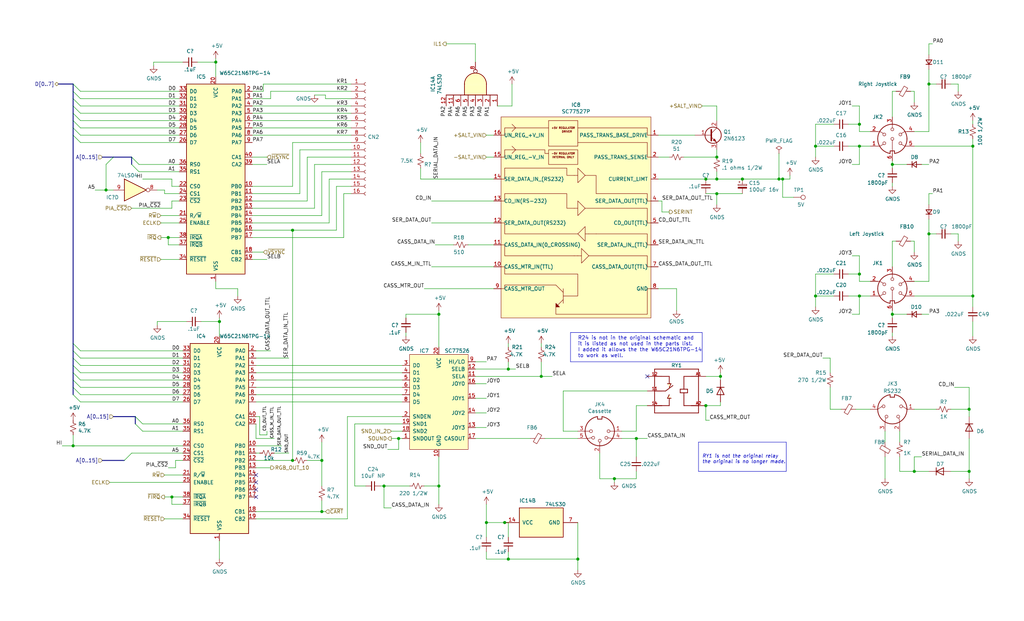
<source format=kicad_sch>
(kicad_sch (version 20230121) (generator eeschema)
  (paper "USLegal")
  (title_block (title "TRS-80 Color Computer 3 (26-3334)") (date "2023-11-04") (rev "1.0.2") (company "Tandy Corporation") (comment 2 "& Color Computer 3 Revised Schematic (Ty Sopko).pdf") (comment 3 "Based on  Color Computer 3 Service Manual (Tandy).pdf") (comment 4 "Kicad schematic capture by Rocky Hill"))
  (junction (at 152.4 168.91))
  (junction (at 322.58 29.21))
  (junction (at 250.19 130.81))
  (junction (at 257.81 62.23))
  (junction (at 309.88 109.22))
  (junction (at 283.21 102.87))
  (junction (at 248.92 62.23))
  (junction (at 245.11 140.97))
  (junction (at 245.11 62.23))
  (junction (at 200.66 194.31))
  (junction (at 283.21 50.8))
  (junction (at 337.82 50.8))
  (junction (at 271.78 62.23))
  (junction (at 111.76 160.02))
  (junction (at 248.92 67.31))
  (junction (at 317.5 163.83))
  (junction (at 322.58 81.28))
  (junction (at 336.55 142.24))
  (junction (at 138.43 152.4))
  (junction (at 220.98 152.4))
  (junction (at 101.6 80.01))
  (junction (at 270.51 62.23))
  (junction (at 298.45 102.87))
  (junction (at 133.35 168.91))
  (junction (at 336.55 163.83))
  (junction (at 36.83 66.04))
  (junction (at 248.92 54.61))
  (junction (at 59.69 172.72))
  (junction (at 309.88 57.15))
  (junction (at 298.45 95.25))
  (junction (at 25.4 154.94))
  (junction (at 298.45 43.18))
  (junction (at 111.76 177.8))
  (junction (at 175.26 181.61))
  (junction (at 76.2 111.76))
  (junction (at 213.36 166.37))
  (junction (at 176.53 194.31))
  (junction (at 298.45 50.8))
  (junction (at 176.53 128.27))
  (junction (at 337.82 102.87))
  (junction (at 101.6 160.02))
  (junction (at 74.93 21.59))
  (junction (at 58.42 82.55))
  (junction (at 152.4 109.22))
  (junction (at 168.91 181.61))
  (junction (at 187.96 130.81))
  (no_connect (at 224.79 130.81))
  (no_connect (at 88.9 167.64))
  (no_connect (at 88.9 170.18))
  (no_connect (at 88.9 165.1))
  (no_connect (at 88.9 172.72))
  (bus_entry (at 49.53 147.32) (size -2.54 -2.54))
  (bus_entry (at 27.94 36.83) (size -2.54 -2.54))
  (bus_entry (at 27.94 39.37) (size -2.54 -2.54))
  (bus_entry (at 27.94 137.16) (size -2.54 -2.54))
  (bus_entry (at 45.72 157.48) (size -2.54 2.54))
  (bus_entry (at 27.94 34.29) (size -2.54 -2.54))
  (bus_entry (at 49.53 149.86) (size -2.54 -2.54))
  (bus_entry (at 27.94 46.99) (size -2.54 -2.54))
  (bus_entry (at 27.94 127) (size -2.54 -2.54))
  (bus_entry (at 27.94 121.92) (size -2.54 -2.54))
  (bus_entry (at 27.94 132.08) (size -2.54 -2.54))
  (bus_entry (at 27.94 134.62) (size -2.54 -2.54))
  (bus_entry (at 48.26 57.15) (size -2.54 -2.54))
  (bus_entry (at 27.94 49.53) (size -2.54 -2.54))
  (bus_entry (at 27.94 139.7) (size -2.54 -2.54))
  (bus_entry (at 39.37 54.61) (size -2.54 2.54))
  (bus_entry (at 27.94 124.46) (size -2.54 -2.54))
  (bus_entry (at 27.94 44.45) (size -2.54 -2.54))
  (bus_entry (at 48.26 59.69) (size -2.54 -2.54))
  (bus_entry (at 27.94 129.54) (size -2.54 -2.54))
  (bus_entry (at 27.94 41.91) (size -2.54 -2.54))
  (bus_entry (at 27.94 31.75) (size -2.54 -2.54))
  (wire (pts (xy 176.53 186.69) (xy 176.53 181.61)))
  (bus (pts (xy 25.4 134.62) (xy 25.4 137.16)))
  (wire (pts (xy 220.98 152.4) (xy 220.98 158.75)))
  (wire (pts (xy 330.2 29.21) (xy 332.74 29.21)))
  (bus (pts (xy 25.4 44.45) (xy 25.4 46.99)))
  (wire (pts (xy 138.43 152.4) (xy 135.89 152.4)))
  (polyline (pts (xy 273.05 153.67) (xy 273.05 163.83)))
  (wire (pts (xy 285.75 124.46) (xy 288.29 124.46)))
  (bus (pts (xy 25.4 29.21) (xy 20.32 29.21)))
  (wire (pts (xy 106.68 160.02) (xy 111.76 160.02)))
  (wire (pts (xy 168.91 191.77) (xy 168.91 194.31)))
  (bus (pts (xy 25.4 39.37) (xy 25.4 41.91)))
  (wire (pts (xy 195.58 135.89) (xy 195.58 149.86)))
  (wire (pts (xy 314.96 109.22) (xy 309.88 109.22)))
  (wire (pts (xy 93.98 31.75) (xy 121.92 31.75)))
  (wire (pts (xy 69.85 111.76) (xy 76.2 111.76)))
  (wire (pts (xy 58.42 82.55) (xy 58.42 85.09)))
  (wire (pts (xy 245.11 146.05) (xy 245.11 140.97)))
  (wire (pts (xy 60.96 162.56) (xy 60.96 160.02)))
  (wire (pts (xy 165.1 148.59) (xy 168.91 148.59)))
  (wire (pts (xy 312.42 158.75) (xy 312.42 163.83)))
  (wire (pts (xy 55.88 90.17) (xy 62.23 90.17)))
  (wire (pts (xy 309.88 109.22) (xy 309.88 110.49)))
  (polyline (pts (xy 242.57 163.83) (xy 242.57 153.67)))
  (wire (pts (xy 101.6 49.53) (xy 101.6 64.77)))
  (wire (pts (xy 139.7 137.16) (xy 88.9 137.16)))
  (wire (pts (xy 27.94 139.7) (xy 63.5 139.7)))
  (wire (pts (xy 87.63 77.47) (xy 114.3 77.47)))
  (wire (pts (xy 337.82 111.76) (xy 337.82 116.84)))
  (wire (pts (xy 325.12 81.28) (xy 322.58 81.28)))
  (wire (pts (xy 337.82 102.87) (xy 337.82 50.8)))
  (wire (pts (xy 298.45 109.22) (xy 298.45 102.87)))
  (wire (pts (xy 54.61 111.76) (xy 54.61 113.03)))
  (wire (pts (xy 88.9 154.94) (xy 97.79 154.94)))
  (wire (pts (xy 138.43 156.21) (xy 138.43 152.4)))
  (wire (pts (xy 331.47 134.62) (xy 336.55 134.62)))
  (bus (pts (xy 25.4 29.21) (xy 25.4 31.75)))
  (wire (pts (xy 27.94 129.54) (xy 63.5 129.54)))
  (wire (pts (xy 177.8 36.83) (xy 177.8 29.21)))
  (wire (pts (xy 295.91 57.15) (xy 298.45 57.15)))
  (wire (pts (xy 63.5 165.1) (xy 57.15 165.1)))
  (wire (pts (xy 187.96 125.73) (xy 187.96 130.81)))
  (wire (pts (xy 152.4 109.22) (xy 152.4 120.65)))
  (wire (pts (xy 139.7 149.86) (xy 135.89 149.86)))
  (wire (pts (xy 55.88 77.47) (xy 62.23 77.47)))
  (wire (pts (xy 101.6 80.01) (xy 101.6 160.02)))
  (wire (pts (xy 309.88 55.88) (xy 309.88 57.15)))
  (wire (pts (xy 172.72 36.83) (xy 177.8 36.83)))
  (wire (pts (xy 176.53 181.61) (xy 175.26 181.61)))
  (wire (pts (xy 114.3 62.23) (xy 114.3 77.47)))
  (wire (pts (xy 320.04 158.75) (xy 317.5 158.75)))
  (wire (pts (xy 106.68 54.61) (xy 106.68 69.85)))
  (wire (pts (xy 317.5 97.79) (xy 322.58 97.79)))
  (wire (pts (xy 76.2 110.49) (xy 76.2 111.76)))
  (wire (pts (xy 248.92 67.31) (xy 245.11 67.31)))
  (wire (pts (xy 229.87 73.66) (xy 232.41 73.66)))
  (wire (pts (xy 140.97 110.49) (xy 140.97 109.22)))
  (polyline (pts (xy 243.84 115.57) (xy 243.84 125.73)))
  (wire (pts (xy 270.51 53.34) (xy 270.51 62.23)))
  (wire (pts (xy 271.78 68.58) (xy 275.59 68.58)))
  (wire (pts (xy 88.9 180.34) (xy 120.65 180.34)))
  (wire (pts (xy 146.05 49.53) (xy 146.05 53.34)))
  (wire (pts (xy 123.19 147.32) (xy 123.19 168.91)))
  (wire (pts (xy 149.86 77.47) (xy 171.45 77.47)))
  (wire (pts (xy 245.11 130.81) (xy 250.19 130.81)))
  (wire (pts (xy 317.5 45.72) (xy 322.58 45.72)))
  (wire (pts (xy 33.02 66.04) (xy 36.83 66.04)))
  (wire (pts (xy 59.69 175.26) (xy 63.5 175.26)))
  (wire (pts (xy 289.56 50.8) (xy 283.21 50.8)))
  (wire (pts (xy 87.63 36.83) (xy 121.92 36.83)))
  (wire (pts (xy 288.29 142.24) (xy 288.29 134.62)))
  (wire (pts (xy 90.17 157.48) (xy 88.9 157.48)))
  (wire (pts (xy 63.5 157.48) (xy 45.72 157.48)))
  (wire (pts (xy 179.07 128.27) (xy 176.53 128.27)))
  (wire (pts (xy 213.36 166.37) (xy 213.36 167.64)))
  (wire (pts (xy 322.58 67.31) (xy 323.85 67.31)))
  (wire (pts (xy 62.23 69.85) (xy 59.69 69.85)))
  (wire (pts (xy 302.26 97.79) (xy 298.45 97.79)))
  (wire (pts (xy 49.53 147.32) (xy 63.5 147.32)))
  (wire (pts (xy 220.98 163.83) (xy 220.98 166.37)))
  (wire (pts (xy 48.26 57.15) (xy 62.23 57.15)))
  (wire (pts (xy 250.19 140.97) (xy 245.11 140.97)))
  (wire (pts (xy 298.45 50.8) (xy 294.64 50.8)))
  (wire (pts (xy 298.45 36.83) (xy 298.45 43.18)))
  (wire (pts (xy 140.97 109.22) (xy 152.4 109.22)))
  (wire (pts (xy 113.03 34.29) (xy 113.03 33.02)))
  (wire (pts (xy 57.15 172.72) (xy 59.69 172.72)))
  (wire (pts (xy 27.94 134.62) (xy 63.5 134.62)))
  (wire (pts (xy 336.55 163.83) (xy 336.55 166.37)))
  (wire (pts (xy 195.58 149.86) (xy 200.66 149.86)))
  (wire (pts (xy 317.5 158.75) (xy 317.5 163.83)))
  (wire (pts (xy 27.94 41.91) (xy 62.23 41.91)))
  (bus (pts (xy 25.4 31.75) (xy 25.4 34.29)))
  (wire (pts (xy 59.69 64.77) (xy 62.23 64.77)))
  (wire (pts (xy 27.94 49.53) (xy 62.23 49.53)))
  (wire (pts (xy 165.1 125.73) (xy 168.91 125.73)))
  (wire (pts (xy 322.58 109.22) (xy 320.04 109.22)))
  (wire (pts (xy 224.79 135.89) (xy 195.58 135.89)))
  (wire (pts (xy 215.9 149.86) (xy 220.98 149.86)))
  (wire (pts (xy 248.92 54.61) (xy 248.92 52.07)))
  (wire (pts (xy 322.58 15.24) (xy 323.85 15.24)))
  (wire (pts (xy 229.87 69.85) (xy 228.6 69.85)))
  (wire (pts (xy 88.9 160.02) (xy 101.6 160.02)))
  (wire (pts (xy 62.23 82.55) (xy 58.42 82.55)))
  (wire (pts (xy 152.4 168.91) (xy 152.4 175.26)))
  (polyline (pts (xy 243.84 125.73) (xy 198.12 125.73)))
  (wire (pts (xy 74.93 100.33) (xy 82.55 100.33)))
  (bus (pts (xy 25.4 36.83) (xy 25.4 39.37)))
  (wire (pts (xy 187.96 130.81) (xy 191.77 130.81)))
  (wire (pts (xy 27.94 39.37) (xy 62.23 39.37)))
  (wire (pts (xy 45.72 72.39) (xy 59.69 72.39)))
  (wire (pts (xy 237.49 54.61) (xy 248.92 54.61)))
  (wire (pts (xy 93.98 34.29) (xy 93.98 31.75)))
  (wire (pts (xy 248.92 67.31) (xy 257.81 67.31)))
  (wire (pts (xy 309.88 57.15) (xy 309.88 58.42)))
  (wire (pts (xy 312.42 163.83) (xy 317.5 163.83)))
  (wire (pts (xy 55.88 82.55) (xy 58.42 82.55)))
  (wire (pts (xy 87.63 80.01) (xy 101.6 80.01)))
  (wire (pts (xy 111.76 160.02) (xy 111.76 168.91)))
  (wire (pts (xy 302.26 50.8) (xy 298.45 50.8)))
  (wire (pts (xy 316.23 31.75) (xy 317.5 31.75)))
  (wire (pts (xy 312.42 149.86) (xy 312.42 153.67)))
  (wire (pts (xy 220.98 140.97) (xy 224.79 140.97)))
  (wire (pts (xy 87.63 54.61) (xy 92.71 54.61)))
  (wire (pts (xy 176.53 194.31) (xy 176.53 191.77)))
  (wire (pts (xy 165.1 130.81) (xy 187.96 130.81)))
  (wire (pts (xy 147.32 168.91) (xy 152.4 168.91)))
  (wire (pts (xy 228.6 54.61) (xy 232.41 54.61)))
  (wire (pts (xy 59.69 62.23) (xy 59.69 64.77)))
  (wire (pts (xy 250.19 140.97) (xy 250.19 139.7)))
  (wire (pts (xy 165.1 152.4) (xy 184.15 152.4)))
  (wire (pts (xy 27.94 34.29) (xy 62.23 34.29)))
  (wire (pts (xy 27.94 124.46) (xy 63.5 124.46)))
  (wire (pts (xy 298.45 102.87) (xy 294.64 102.87)))
  (wire (pts (xy 88.9 129.54) (xy 139.7 129.54)))
  (wire (pts (xy 38.1 167.64) (xy 63.5 167.64)))
  (wire (pts (xy 250.19 130.81) (xy 250.19 132.08)))
  (bus (pts (xy 25.4 41.91) (xy 25.4 44.45)))
  (bus (pts (xy 25.4 132.08) (xy 25.4 134.62)))
  (wire (pts (xy 298.45 43.18) (xy 294.64 43.18)))
  (wire (pts (xy 68.58 21.59) (xy 74.93 21.59)))
  (wire (pts (xy 91.44 87.63) (xy 87.63 87.63)))
  (wire (pts (xy 171.45 92.71) (xy 149.86 92.71)))
  (polyline (pts (xy 198.12 125.73) (xy 198.12 115.57)))
  (wire (pts (xy 168.91 186.69) (xy 168.91 181.61)))
  (wire (pts (xy 121.92 41.91) (xy 87.63 41.91)))
  (wire (pts (xy 120.65 144.78) (xy 139.7 144.78)))
  (wire (pts (xy 139.7 127) (xy 88.9 127)))
  (wire (pts (xy 271.78 68.58) (xy 271.78 62.23)))
  (wire (pts (xy 76.2 187.96) (xy 76.2 194.31)))
  (wire (pts (xy 87.63 44.45) (xy 121.92 44.45)))
  (wire (pts (xy 88.9 139.7) (xy 139.7 139.7)))
  (polyline (pts (xy 273.05 163.83) (xy 242.57 163.83)))
  (wire (pts (xy 176.53 125.73) (xy 176.53 128.27)))
  (wire (pts (xy 248.92 36.83) (xy 248.92 41.91)))
  (wire (pts (xy 111.76 173.99) (xy 111.76 177.8)))
  (wire (pts (xy 309.88 31.75) (xy 311.15 31.75)))
  (wire (pts (xy 283.21 102.87) (xy 283.21 106.68)))
  (wire (pts (xy 168.91 46.99) (xy 171.45 46.99)))
  (wire (pts (xy 25.4 151.13) (xy 25.4 154.94)))
  (wire (pts (xy 87.63 69.85) (xy 106.68 69.85)))
  (wire (pts (xy 88.9 121.92) (xy 93.98 121.92)))
  (wire (pts (xy 111.76 59.69) (xy 111.76 74.93)))
  (wire (pts (xy 88.9 147.32) (xy 88.9 152.4)))
  (wire (pts (xy 92.71 151.13) (xy 92.71 149.86)))
  (wire (pts (xy 289.56 95.25) (xy 283.21 95.25)))
  (wire (pts (xy 27.94 127) (xy 63.5 127)))
  (wire (pts (xy 90.17 144.78) (xy 90.17 151.13)))
  (wire (pts (xy 104.14 52.07) (xy 104.14 67.31)))
  (wire (pts (xy 243.84 36.83) (xy 248.92 36.83)))
  (wire (pts (xy 322.58 76.2) (xy 322.58 81.28)))
  (bus (pts (xy 25.4 119.38) (xy 25.4 121.92)))
  (wire (pts (xy 88.9 144.78) (xy 90.17 144.78)))
  (bus (pts (xy 25.4 129.54) (xy 25.4 132.08)))
  (wire (pts (xy 123.19 147.32) (xy 139.7 147.32)))
  (wire (pts (xy 48.26 59.69) (xy 62.23 59.69)))
  (wire (pts (xy 309.88 116.84) (xy 309.88 115.57)))
  (wire (pts (xy 332.74 29.21) (xy 332.74 31.75)))
  (wire (pts (xy 87.63 74.93) (xy 111.76 74.93)))
  (wire (pts (xy 133.35 168.91) (xy 142.24 168.91)))
  (wire (pts (xy 101.6 49.53) (xy 121.92 49.53)))
  (wire (pts (xy 87.63 90.17) (xy 92.71 90.17)))
  (wire (pts (xy 295.91 36.83) (xy 298.45 36.83)))
  (wire (pts (xy 146.05 62.23) (xy 171.45 62.23)))
  (wire (pts (xy 309.88 64.77) (xy 309.88 63.5)))
  (wire (pts (xy 322.58 24.13) (xy 322.58 29.21)))
  (wire (pts (xy 91.44 29.21) (xy 121.92 29.21)))
  (wire (pts (xy 111.76 153.67) (xy 111.76 160.02)))
  (wire (pts (xy 316.23 83.82) (xy 317.5 83.82)))
  (wire (pts (xy 220.98 149.86) (xy 220.98 140.97)))
  (wire (pts (xy 330.2 142.24) (xy 336.55 142.24)))
  (wire (pts (xy 208.28 166.37) (xy 213.36 166.37)))
  (wire (pts (xy 302.26 45.72) (xy 298.45 45.72)))
  (wire (pts (xy 176.53 120.65) (xy 176.53 119.38)))
  (wire (pts (xy 332.74 81.28) (xy 332.74 83.82)))
  (wire (pts (xy 289.56 43.18) (xy 283.21 43.18)))
  (wire (pts (xy 175.26 181.61) (xy 168.91 181.61)))
  (wire (pts (xy 87.63 31.75) (xy 91.44 31.75)))
  (wire (pts (xy 317.5 102.87) (xy 337.82 102.87)))
  (wire (pts (xy 322.58 81.28) (xy 322.58 97.79)))
  (wire (pts (xy 91.44 31.75) (xy 91.44 29.21)))
  (wire (pts (xy 288.29 124.46) (xy 288.29 129.54)))
  (wire (pts (xy 63.5 172.72) (xy 59.69 172.72)))
  (wire (pts (xy 27.94 137.16) (xy 63.5 137.16)))
  (wire (pts (xy 171.45 85.09) (xy 162.56 85.09)))
  (wire (pts (xy 322.58 57.15) (xy 320.04 57.15)))
  (wire (pts (xy 307.34 149.86) (xy 307.34 153.67)))
  (wire (pts (xy 337.82 41.91) (xy 337.82 43.18)))
  (wire (pts (xy 62.23 74.93) (xy 55.88 74.93)))
  (wire (pts (xy 74.93 97.79) (xy 74.93 100.33)))
  (wire (pts (xy 317.5 83.82) (xy 317.5 87.63)))
  (wire (pts (xy 322.58 71.12) (xy 322.58 67.31)))
  (wire (pts (xy 123.19 168.91) (xy 127 168.91)))
  (wire (pts (xy 135.89 176.53) (xy 133.35 176.53)))
  (wire (pts (xy 307.34 158.75) (xy 307.34 166.37)))
  (wire (pts (xy 200.66 194.31) (xy 176.53 194.31)))
  (wire (pts (xy 248.92 62.23) (xy 257.81 62.23)))
  (wire (pts (xy 139.7 152.4) (xy 138.43 152.4)))
  (wire (pts (xy 314.96 57.15) (xy 309.88 57.15)))
  (bus (pts (xy 25.4 127) (xy 25.4 129.54)))
  (wire (pts (xy 87.63 82.55) (xy 119.38 82.55)))
  (wire (pts (xy 132.08 168.91) (xy 133.35 168.91)))
  (wire (pts (xy 87.63 34.29) (xy 93.98 34.29)))
  (wire (pts (xy 27.94 46.99) (xy 62.23 46.99)))
  (wire (pts (xy 106.68 54.61) (xy 121.92 54.61)))
  (wire (pts (xy 36.83 66.04) (xy 39.37 66.04)))
  (wire (pts (xy 200.66 194.31) (xy 200.66 198.12)))
  (wire (pts (xy 109.22 57.15) (xy 121.92 57.15)))
  (bus (pts (xy 25.4 124.46) (xy 25.4 127)))
  (wire (pts (xy 139.7 132.08) (xy 88.9 132.08)))
  (wire (pts (xy 337.82 102.87) (xy 337.82 106.68)))
  (wire (pts (xy 330.2 163.83) (xy 336.55 163.83)))
  (wire (pts (xy 25.4 154.94) (xy 63.5 154.94)))
  (wire (pts (xy 165.1 133.35) (xy 168.91 133.35)))
  (wire (pts (xy 27.94 36.83) (xy 62.23 36.83)))
  (wire (pts (xy 57.15 66.04) (xy 57.15 67.31)))
  (wire (pts (xy 246.38 146.05) (xy 245.11 146.05)))
  (wire (pts (xy 87.63 57.15) (xy 92.71 57.15)))
  (wire (pts (xy 120.65 180.34) (xy 120.65 144.78)))
  (bus (pts (xy 25.4 121.92) (xy 25.4 124.46)))
  (wire (pts (xy 317.5 163.83) (xy 322.58 163.83)))
  (wire (pts (xy 325.12 29.21) (xy 322.58 29.21)))
  (wire (pts (xy 283.21 43.18) (xy 283.21 50.8)))
  (wire (pts (xy 168.91 138.43) (xy 165.1 138.43)))
  (wire (pts (xy 317.5 31.75) (xy 317.5 35.56)))
  (wire (pts (xy 49.53 62.23) (xy 59.69 62.23)))
  (bus (pts (xy 35.56 54.61) (xy 39.37 54.61)))
  (wire (pts (xy 171.45 100.33) (xy 147.32 100.33)))
  (wire (pts (xy 330.2 81.28) (xy 332.74 81.28)))
  (wire (pts (xy 228.6 46.99) (xy 241.3 46.99)))
  (wire (pts (xy 88.9 177.8) (xy 111.76 177.8)))
  (wire (pts (xy 121.92 34.29) (xy 113.03 34.29)))
  (wire (pts (xy 88.9 152.4) (xy 95.25 152.4)))
  (wire (pts (xy 90.17 151.13) (xy 92.71 151.13)))
  (wire (pts (xy 298.45 57.15) (xy 298.45 50.8)))
  (wire (pts (xy 116.84 64.77) (xy 116.84 80.01)))
  (wire (pts (xy 111.76 177.8) (xy 113.03 177.8)))
  (wire (pts (xy 322.58 19.05) (xy 322.58 15.24)))
  (wire (pts (xy 27.94 132.08) (xy 63.5 132.08)))
  (wire (pts (xy 298.45 45.72) (xy 298.45 43.18)))
  (wire (pts (xy 271.78 62.23) (xy 270.51 62.23)))
  (wire (pts (xy 295.91 88.9) (xy 298.45 88.9)))
  (wire (pts (xy 88.9 124.46) (xy 100.33 124.46)))
  (wire (pts (xy 322.58 29.21) (xy 322.58 45.72)))
  (wire (pts (xy 200.66 152.4) (xy 189.23 152.4)))
  (wire (pts (xy 36.83 57.15) (xy 36.83 66.04)))
  (wire (pts (xy 133.35 176.53) (xy 133.35 168.91)))
  (wire (pts (xy 49.53 149.86) (xy 63.5 149.86)))
  (wire (pts (xy 134.62 156.21) (xy 138.43 156.21)))
  (wire (pts (xy 58.42 162.56) (xy 60.96 162.56)))
  (wire (pts (xy 336.55 134.62) (xy 336.55 142.24)))
  (wire (pts (xy 270.51 62.23) (xy 257.81 62.23)))
  (wire (pts (xy 283.21 95.25) (xy 283.21 102.87)))
  (wire (pts (xy 76.2 111.76) (xy 76.2 116.84)))
  (wire (pts (xy 87.63 67.31) (xy 104.14 67.31)))
  (wire (pts (xy 298.45 88.9) (xy 298.45 95.25)))
  (wire (pts (xy 309.88 40.64) (xy 309.88 31.75)))
  (bus (pts (xy 25.4 46.99) (xy 25.4 119.38)))
  (wire (pts (xy 292.1 142.24) (xy 288.29 142.24)))
  (wire (pts (xy 95.25 157.48) (xy 100.33 157.48)))
  (wire (pts (xy 309.88 83.82) (xy 311.15 83.82)))
  (bus (pts (xy 39.37 54.61) (xy 45.72 54.61)))
  (wire (pts (xy 60.96 160.02) (xy 63.5 160.02)))
  (wire (pts (xy 309.88 107.95) (xy 309.88 109.22)))
  (wire (pts (xy 165.1 21.59) (xy 165.1 15.24)))
  (wire (pts (xy 187.96 119.38) (xy 187.96 120.65)))
  (wire (pts (xy 57.15 67.31) (xy 62.23 67.31)))
  (wire (pts (xy 113.03 33.02) (xy 109.22 33.02)))
  (wire (pts (xy 228.6 100.33) (xy 234.95 100.33)))
  (wire (pts (xy 82.55 100.33) (xy 82.55 102.87)))
  (wire (pts (xy 114.3 62.23) (xy 121.92 62.23)))
  (wire (pts (xy 149.86 69.85) (xy 171.45 69.85)))
  (wire (pts (xy 168.91 194.31) (xy 176.53 194.31)))
  (wire (pts (xy 21.59 154.94) (xy 25.4 154.94)))
  (wire (pts (xy 165.1 128.27) (xy 176.53 128.27)))
  (wire (pts (xy 27.94 44.45) (xy 62.23 44.45)))
  (wire (pts (xy 88.9 134.62) (xy 139.7 134.62)))
  (wire (pts (xy 274.32 60.96) (xy 274.32 62.23)))
  (wire (pts (xy 165.1 143.51) (xy 168.91 143.51)))
  (wire (pts (xy 248.92 67.31) (xy 248.92 71.12)))
  (wire (pts (xy 54.61 66.04) (xy 57.15 66.04)))
  (wire (pts (xy 57.15 180.34) (xy 63.5 180.34)))
  (polyline (pts (xy 198.12 115.57) (xy 243.84 115.57)))
  (wire (pts (xy 104.14 52.07) (xy 121.92 52.07)))
  (wire (pts (xy 229.87 73.66) (xy 229.87 69.85)))
  (wire (pts (xy 157.48 85.09) (xy 151.13 85.09)))
  (bus (pts (xy 45.72 57.15) (xy 45.72 54.61)))
  (wire (pts (xy 298.45 97.79) (xy 298.45 95.25)))
  (wire (pts (xy 302.26 102.87) (xy 298.45 102.87)))
  (wire (pts (xy 119.38 67.31) (xy 121.92 67.31)))
  (bus (pts (xy 43.18 160.02) (xy 35.56 160.02)))
  (wire (pts (xy 298.45 95.25) (xy 294.64 95.25)))
  (wire (pts (xy 58.42 85.09) (xy 62.23 85.09)))
  (wire (pts (xy 59.69 69.85) (xy 59.69 72.39)))
  (wire (pts (xy 274.32 62.23) (xy 271.78 62.23)))
  (wire (pts (xy 220.98 166.37) (xy 213.36 166.37)))
  (wire (pts (xy 74.93 21.59) (xy 74.93 26.67)))
  (wire (pts (xy 111.76 59.69) (xy 121.92 59.69)))
  (wire (pts (xy 295.91 109.22) (xy 298.45 109.22)))
  (bus (pts (xy 25.4 34.29) (xy 25.4 36.83)))
  (wire (pts (xy 302.26 142.24) (xy 297.18 142.24)))
  (wire (pts (xy 165.1 15.24) (xy 154.94 15.24)))
  (wire (pts (xy 140.97 115.57) (xy 140.97 116.84)))
  (wire (pts (xy 224.79 152.4) (xy 220.98 152.4)))
  (wire (pts (xy 248.92 59.69) (xy 248.92 62.23)))
  (wire (pts (xy 228.6 62.23) (xy 245.11 62.23)))
  (wire (pts (xy 121.92 46.99) (xy 87.63 46.99)))
  (wire (pts (xy 87.63 64.77) (xy 101.6 64.77)))
  (wire (pts (xy 87.63 39.37) (xy 121.92 39.37)))
  (wire (pts (xy 101.6 80.01) (xy 116.84 80.01)))
  (wire (pts (xy 59.69 172.72) (xy 59.69 175.26)))
  (bus (pts (xy 46.99 144.78) (xy 39.37 144.78)))
  (wire (pts (xy 317.5 142.24) (xy 325.12 142.24)))
  (wire (pts (xy 283.21 50.8) (xy 283.21 54.61)))
  (wire (pts (xy 152.4 107.95) (xy 152.4 109.22)))
  (wire (pts (xy 309.88 92.71) (xy 309.88 83.82)))
  (wire (pts (xy 116.84 64.77) (xy 121.92 64.77)))
  (wire (pts (xy 208.28 157.48) (xy 208.28 166.37)))
  (wire (pts (xy 53.34 21.59) (xy 63.5 21.59)))
  (wire (pts (xy 168.91 175.26) (xy 168.91 181.61)))
  (wire (pts (xy 53.34 21.59) (xy 53.34 22.86)))
  (wire (pts (xy 109.22 57.15) (xy 109.22 72.39)))
  (wire (pts (xy 93.98 162.56) (xy 88.9 162.56)))
  (wire (pts (xy 119.38 67.31) (xy 119.38 82.55)))
  (wire (pts (xy 336.55 152.4) (xy 336.55 163.83)))
  (wire (pts (xy 200.66 181.61) (xy 200.66 194.31)))
  (wire (pts (xy 146.05 58.42) (xy 146.05 62.23)))
  (polyline (pts (xy 242.57 153.67) (xy 273.05 153.67)))
  (wire (pts (xy 234.95 100.33) (xy 234.95 107.95)))
  (wire (pts (xy 317.5 50.8) (xy 337.82 50.8)))
  (wire (pts (xy 87.63 72.39) (xy 109.22 72.39)))
  (wire (pts (xy 289.56 102.87) (xy 283.21 102.87)))
  (wire (pts (xy 171.45 54.61) (xy 168.91 54.61)))
  (wire (pts (xy 245.11 62.23) (xy 248.92 62.23)))
  (wire (pts (xy 215.9 152.4) (xy 220.98 152.4)))
  (wire (pts (xy 27.94 31.75) (xy 62.23 31.75)))
  (wire (pts (xy 74.93 20.32) (xy 74.93 21.59)))
  (wire (pts (xy 337.82 50.8) (xy 337.82 48.26)))
  (wire (pts (xy 250.19 129.54) (xy 250.19 130.81)))
  (wire (pts (xy 152.4 158.75) (xy 152.4 168.91)))
  (bus (pts (xy 46.99 147.32) (xy 46.99 144.78)))
  (wire (pts (xy 27.94 121.92) (xy 63.5 121.92)))
  (wire (pts (xy 336.55 142.24) (xy 336.55 144.78)))
  (wire (pts (xy 54.61 111.76) (xy 64.77 111.76)))
  (text "R24 is not in the original schematic and\nit is listed as not used in the parts list.\nI added it allows the the W65C21N6TPG-14\nto work as well." (at 200.66 124.46 0) (effects (font (size 1.27 1.27)) (justify left bottom)))
  (text "RY1 is not the original relay\nthe original is no longer made." (at 243.84 161.29 0) (effects (font (size 1.1938 1.1938) italic) (justify left bottom)))
  (label "A0" (at 58.42 57.15 0))
  (label "D0" (at 58.42 31.75 0))
  (label "D5" (at 59.69 134.62 0))
  (label "JOY2" (at 295.91 109.22 180))
  (label "PA1" (at 170.18 36.83 270))
  (label "KR3" (at 116.84 36.83 0))
  (label "D2" (at 58.42 36.83 0))
  (label "SER_DATA_OUT" (at 285.75 124.46 180))
  (label "D2" (at 59.69 127 0))
  (label "CD_IN" (at 331.47 134.62 180))
  (label "CASS_MTR_OUT" (at 246.38 146.05 0))
  (label "KR6" (at 116.84 44.45 0))
  (label "SELA" (at 92.71 57.15 0))
  (label "CASS_DATA_OUT_TTL" (at 228.6 92.71 0))
  (label "JOY1" (at 295.91 36.83 180))
  (label "D6" (at 58.42 46.99 0))
  (label "D4" (at 58.42 41.91 0))
  (label "D3" (at 59.69 129.54 0))
  (label "JOY2" (at 168.91 143.51 0))
  (label "PA1" (at 323.85 67.31 0))
  (label "PA5" (at 87.63 44.45 0))
  (label "A1" (at 58.42 59.69 0))
  (label "PA0" (at 167.64 36.83 270))
  (label "CASS_DATA_IN" (at 224.79 152.4 0))
  (label "CD_OUT_TTL" (at 92.71 149.86 90) (effects (font (size 0.9906 0.9906))))
  (label "SER_DATA_IN_TTL" (at 228.6 85.09 0))
  (label "CASS_M_IN_TTL" (at 149.86 92.71 180))
  (label "A5" (at 33.02 66.04 180))
  (label "KR1" (at 116.84 29.21 0))
  (label "CASS_DATA_OUT_TTL" (at 93.98 121.92 90))
  (label "PA3" (at 322.58 109.22 0))
  (label "PA4" (at 157.48 36.83 270))
  (label "HI" (at 49.53 62.23 180))
  (label "JOY0" (at 168.91 133.35 0))
  (label "KR2" (at 116.84 31.75 0))
  (label "PA4" (at 87.63 41.91 0))
  (label "PA2" (at 87.63 36.83 0))
  (label "JOY3" (at 168.91 148.59 0))
  (label "CASS_MTR_OUT" (at 147.32 100.33 180))
  (label "KR7" (at 116.84 46.99 0))
  (label "D7" (at 59.69 139.7 0))
  (label "PA3" (at 87.63 39.37 0))
  (label "HI" (at 21.59 154.94 180))
  (label "PA0" (at 323.85 15.24 0))
  (label "SER_DATA_OUT" (at 149.86 77.47 180))
  (label "KR4" (at 116.84 39.37 0))
  (label "CD_OUT_TTL" (at 228.6 77.47 0))
  (label "D3" (at 58.42 39.37 0))
  (label "SND_OUT" (at 134.62 156.21 180))
  (label "D1" (at 59.69 124.46 0))
  (label "SELB" (at 179.07 128.27 0))
  (label "CASS_DATA_IN" (at 151.13 85.09 180))
  (label "D5" (at 58.42 44.45 0))
  (label "D6" (at 59.69 137.16 0))
  (label "KR5" (at 116.84 41.91 0))
  (label "PA7" (at 87.63 49.53 0))
  (label "SER_DATA_OUT_TTL" (at 229.87 69.85 0))
  (label "CD_IN" (at 149.86 69.85 180))
  (label "SELA" (at 191.77 130.81 0))
  (label "JOY1" (at 168.91 138.43 0))
  (label "PA6" (at 87.63 46.99 0))
  (label "JOY3" (at 295.91 88.9 180))
  (label "PA7" (at 168.91 125.73 0))
  (label "PA3" (at 165.1 36.83 270))
  (label "PA2" (at 322.58 57.15 0))
  (label "PA6" (at 160.02 36.83 270))
  (label "PA2" (at 154.94 36.83 270))
  (label "D1" (at 58.42 34.29 0))
  (label "SND_OUT" (at 100.33 157.48 90) (effects (font (size 0.9906 0.9906))))
  (label "PA5" (at 162.56 36.83 270))
  (label "A0" (at 59.69 147.32 0))
  (label "JOY0" (at 295.91 57.15 180))
  (label "A1" (at 59.69 149.86 0))
  (label "SERIAL_DATA_IN" (at 320.04 158.75 0))
  (label "SER_DATA_OUT_TTL" (at 97.79 154.94 90) (effects (font (size 0.9906 0.9906))))
  (label "SER_DATA_IN_TTL" (at 100.33 124.46 90))
  (label "SELB" (at 92.71 90.17 0))
  (label "PIA_~{CS2}" (at 55.88 72.39 180))
  (label "CASS_M_IN_TTL" (at 95.25 152.4 90) (effects (font (size 0.9906 0.9906))))
  (label "D4" (at 59.69 132.08 0))
  (label "PA1" (at 87.63 34.29 0))
  (label "PA0" (at 87.63 31.75 0))
  (label "CASS_DATA_IN" (at 135.89 176.53 0))
  (label "D7" (at 58.42 49.53 0))
  (label "A5" (at 59.69 157.48 0))
  (label "SERIAL_DATA_IN" (at 152.4 62.23 90))
  (label "PIA_~{CS2}" (at 58.42 162.56 180))
  (label "D0" (at 59.69 121.92 0))
  (hierarchical_label "ECLK" (shape input) (at 55.88 77.47 180))
  (hierarchical_label "~{IRQ}" (shape output) (at 55.88 82.55 180))
  (hierarchical_label "+SALT_VIN" (shape input) (at 168.91 46.99 180))
  (hierarchical_label "PIA_~{CS2}" (shape input) (at 45.72 72.39 180))
  (hierarchical_label "-SALT_VIN" (shape input) (at 168.91 54.61 180))
  (hierarchical_label "SOUND" (shape output) (at 135.89 152.4 180))
  (hierarchical_label "ECLK" (shape input) (at 38.1 167.64 180))
  (hierarchical_label "+SALT_VIN" (shape input) (at 243.84 36.83 180))
  (hierarchical_label "~{CART}" (shape input) (at 113.03 177.8 0))
  (hierarchical_label "~{VSYNC}" (shape input) (at 91.44 87.63 0))
  (hierarchical_label "~{FIRQ}" (shape output) (at 57.15 172.72 180))
  (hierarchical_label "D[0..7]" (shape bidirectional) (at 20.32 29.21 180))
  (hierarchical_label "SERINT" (shape output) (at 232.41 73.66 0))
  (hierarchical_label "RGB_OUT_10" (shape output) (at 93.98 162.56 0))
  (hierarchical_label "A[0..15]" (shape input) (at 39.37 144.78 180))
  (hierarchical_label "A[0..15]" (shape input) (at 35.56 160.02 180))
  (hierarchical_label "IL1" (shape output) (at 154.94 15.24 180))
  (hierarchical_label "~{RESET}" (shape input) (at 55.88 90.17 180))
  (hierarchical_label "SND_IN_2" (shape input) (at 135.89 149.86 180))
  (hierarchical_label "A[0..15]" (shape input) (at 35.56 54.61 180))
  (hierarchical_label "~{RESET}" (shape input) (at 57.15 180.34 180))
  (hierarchical_label "~{HSYNC}" (shape input) (at 92.71 54.61 0))
  (hierarchical_label "R~{W}" (shape input) (at 57.15 165.1 180))
  (hierarchical_label "R~{W}" (shape input) (at 55.88 74.93 180))
  (symbol (lib_id "Device:C_Small") (at 129.54 168.91 270) (unit 1)
    (property "Reference" "C24" (at 129.54 163.0934 90))
    (property "Value" "10uF NP" (at 129.54 165.4048 90))
    (property "Footprint" "Capacitor_THT:C_Radial_D6.3mm_H5.0mm_P2.50mm" (effects hide))
    (property "Datasheet" "https://products.nichicon.co.jp/en/pdf/XJA043/e-uvp.pdf" (effects hide))
    (property "Vendor" "digikey" (effects hide))
    (property "Vendor part#" "493-12688-1-ND" (effects hide))
    (property "Manufacturer part#" "UVP1E100MDD1TD" (effects hide))
  )
  (symbol (lib_id "Device:R_Small_US") (at 327.66 142.24 270) (unit 1)
    (property "Reference" "R?" (at 326.39 139.7 90) (effects (justify left)))
    (property "Value" "1K" (at 326.39 144.78 90) (effects (justify left)))
    (property "Footprint" "Resistor_THT:R_Axial_DIN0207_L6.3mm_D2.5mm_P10.16mm_Horizontal" (effects hide))
    (property "Datasheet" "https://www.seielect.com/catalog/sei-cf_cfm.pdf" (effects hide))
    (property "Vendor" "digikey" (effects hide))
    (property "Vendor part#" "CF14JT1K00CT-ND" (effects hide))
    (property "Manufacturer part#" "CF14JT1K00" (effects hide))
    (instances (project "coco3" (path "" (reference "R?") (unit 1)) (path "" (reference "R17") (unit 1))))
  )
  (symbol (lib_id "Device:R_Small_US") (at 312.42 156.21 0) (unit 1)
    (property "Reference" "R?" (at 313.69 153.67 0) (effects (justify left)))
    (property "Value" "1K" (at 313.69 157.48 0) (effects (justify left)))
    (property "Footprint" "Resistor_THT:R_Axial_DIN0207_L6.3mm_D2.5mm_P10.16mm_Horizontal" (effects hide))
    (property "Datasheet" "https://www.seielect.com/catalog/sei-cf_cfm.pdf" (effects hide))
    (property "Vendor" "digikey" (effects hide))
    (property "Vendor part#" "CF14JT1K00CT-ND" (effects hide))
    (property "Manufacturer part#" "CF14JT1K00" (effects hide))
    (instances (project "coco3" (path "" (reference "R?") (unit 1)) (path "" (reference "R16") (unit 1))))
  )
  (symbol (lib_id "Device:R_Small_US") (at 144.78 168.91 270) (unit 1)
    (property "Reference" "R14" (at 146.05 165.1 90) (effects (justify right)))
    (property "Value" "220 1/2W" (at 148.59 171.45 90) (effects (justify right)))
    (property "Footprint" "Resistor_THT:R_Axial_DIN0411_L9.9mm_D3.6mm_P12.70mm_Horizontal" (effects hide))
    (property "Datasheet" "https://www.seielect.com/catalog/sei-cf_cfm.pdf" (effects hide))
    (property "Vendor" "digikey" (effects hide))
    (property "Vendor part#" "CF12JT220RCT-ND" (effects hide))
    (property "Manufacturer part#" "CF12JT220R" (effects hide))
    (instances (project "coco3" (path "" (reference "R14") (unit 1)) (path "" (reference "R?") (unit 1))))
  )
  (symbol (lib_id "Device:R_Small_US") (at 160.02 85.09 90) (unit 1)
    (property "Reference" "R18" (at 161.29 82.55 90) (effects (justify left)))
    (property "Value" "510" (at 161.29 87.63 90) (effects (justify left)))
    (property "Footprint" "Resistor_THT:R_Axial_DIN0207_L6.3mm_D2.5mm_P10.16mm_Horizontal" (effects hide))
    (property "Datasheet" "https://www.seielect.com/catalog/sei-cf_cfm.pdf" (effects hide))
    (property "Vendor" "digikey" (effects hide))
    (property "Vendor part#" "CF14JT510RCT-ND" (effects hide))
    (property "Manufacturer part#" "CF14JT510R" (effects hide))
    (instances (project "coco3" (path "" (reference "R18") (unit 1)) (path "" (reference "R?") (unit 1))))
  )
  (symbol (lib_id "power:+5V") (at 152.4 107.95 0) (unit 1)
    (property "Reference" "#PWR?" (effects hide))
    (property "Value" "+5V" (at 152.781 103.5558 0))
    (instances (project "coco3" (path "" (reference "#PWR?") (unit 1)) (path "" (reference "#PWR?") (unit 1)) (path "" (reference "#PWR01046") (unit 1))))
  )
  (symbol (lib_id "Device:C_Small") (at 140.97 113.03 180) (unit 1)
    (property "Reference" "C?" (at 137.16 113.03 0))
    (property "Value" ".1uF" (at 137.16 115.57 0))
    (property "Footprint" "Capacitor_THT:C_Disc_D4.7mm_W2.5mm_P5.00mm" (effects hide))
    (property "Datasheet" " https://product.tdk.com/info/en/catalog/datasheets/leadmlcc_halogenfree_fg_en.pdf?ref_disty=digikey" (effects hide))
    (property "Vendor" "digikey" (effects hide))
    (property "Vendor part#" "445-173474-1-ND" (effects hide))
    (property "Manufacturer part#" "FG28C0G1H103JNT06" (effects hide))
    (instances (project "coco3" (path "" (reference "C?") (unit 1)) (path "" (reference "C?") (unit 1)) (path "" (reference "C13") (unit 1))))
  )
  (symbol (lib_id "power:GNDS") (at 140.97 116.84 0) (unit 1)
    (property "Reference" "#PWR01050" (effects hide))
    (property "Value" "GNDS" (at 141.097 121.2342 0))
    (instances (project "coco3" (path "" (reference "#PWR01050") (unit 1)) (path "" (reference "#PWR?") (unit 1))))
  )
  (symbol (lib_id "Device:Q_NPN_BCE") (at 246.38 46.99 0) (unit 1)
    (property "Reference" "Q1" (at 251.206 45.8216 0) (effects (justify left)))
    (property "Value" "2N6123" (at 251.206 48.133 0) (effects (justify left)))
    (property "Footprint" "Package_TO_SOT_THT:TO-220-3_Horizontal_TabDown" (effects hide))
    (property "Datasheet" "https://my.centralsemi.com/datasheets/2N6121-6126.PDF" (effects hide))
    (property "Vendor" "digikey" (effects hide))
    (property "Vendor part#" "1514-2N6123PBFREE-ND" (effects hide))
    (property "Manufacturer part#" "2N6123 PBFREE" (effects hide))
    (property "Description 2nd part" "Heatsink" (effects hide))
    (property "Vendor 2nd part#" " " (effects hide))
    (property "Manufacturer 2nd part#" " " (effects hide))
    (instances (project "coco3" (path "" (reference "Q1") (unit 1)) (path "" (reference "Q?") (unit 1))))
  )
  (symbol (lib_id "coco2:SC77527P") (at 218.44 43.18 0) (mirror y) (unit 1)
    (property "Reference" "IC8" (at 200.025 36.449 0))
    (property "Value" "SC77527P" (at 200.025 38.7604 0))
    (property "Footprint" "Package_DIP:DIP-16_W7.62mm_Socket" (effects hide))
    (property "Datasheet" "https://www.te.com/commerce/DocumentDelivery/DDEController?Action=srchrtrv&DocNm=2199298&DocType=Customer+Drawing&DocLang=English" (effects hide))
    (property "Vendor" "digikey" (effects hide))
    (property "Vendor part#" "A120349-ND" (effects hide))
    (property "Manufacturer part#" "1-2199298-4" (effects hide))
    (instances (project "coco3" (path "" (reference "IC8") (unit 1)) (path "" (reference "U?") (unit 1))))
  )
  (symbol (lib_id "Device:C_Small") (at 245.11 64.77 180) (unit 1)
    (property "Reference" "C?" (at 245.11 60.96 0))
    (property "Value" ".1uF" (at 241.3 64.77 0))
    (property "Footprint" "Capacitor_THT:C_Disc_D4.7mm_W2.5mm_P5.00mm" (effects hide))
    (property "Datasheet" " https://product.tdk.com/info/en/catalog/datasheets/leadmlcc_halogenfree_fg_en.pdf?ref_disty=digikey" (effects hide))
    (property "Vendor" "digikey" (effects hide))
    (property "Vendor part#" "445-173474-1-ND" (effects hide))
    (property "Manufacturer part#" "FG28C0G1H103JNT06" (effects hide))
    (instances (project "coco3" (path "" (reference "C?") (unit 1)) (path "" (reference "C?") (unit 1)) (path "" (reference "C14") (unit 1))))
  )
  (symbol (lib_id "power:GNDS") (at 234.95 107.95 0) (unit 1)
    (property "Reference" "#PWR01047" (effects hide))
    (property "Value" "GNDS" (at 234.95 111.76 0))
    (instances (project "coco3" (path "" (reference "#PWR01047") (unit 1)) (path "" (reference "#PWR?") (unit 1))))
  )
  (symbol (lib_id "power:GNDS") (at 248.92 71.12 0) (unit 1)
    (property "Reference" "#PWR01043" (effects hide))
    (property "Value" "GNDS" (at 249.047 75.5142 0))
    (instances (project "coco3" (path "" (reference "#PWR01043") (unit 1)) (path "" (reference "#PWR?") (unit 1))))
  )
  (symbol (lib_id "Device:R_Small_US") (at 234.95 54.61 270) (unit 1)
    (property "Reference" "R20" (at 234.95 49.403 90))
    (property "Value" "51" (at 234.95 51.7144 90))
    (property "Footprint" "Resistor_THT:R_Axial_DIN0207_L6.3mm_D2.5mm_P10.16mm_Horizontal" (effects hide))
    (property "Datasheet" "http://www.koaspeer.com/pdfs/CF.pdf" (effects hide))
    (property "Vendor" "digikey" (effects hide))
    (property "Vendor part#" "2019-CF1/4CT52R510JCT-ND" (effects hide))
    (property "Manufacturer part#" "CF1/4CT52R510J" (effects hide))
    (instances (project "coco3" (path "" (reference "R20") (unit 1)) (path "" (reference "R?") (unit 1))))
  )
  (symbol (lib_id "Device:R_Small_US") (at 248.92 57.15 180) (unit 1)
    (property "Reference" "R19" (at 250.6472 55.9816 0) (effects (justify right)))
    (property "Value" ".1 ohms 1/2W" (at 250.6472 58.293 0) (effects (justify right)))
    (property "Footprint" "Resistor_THT:R_Axial_DIN0411_L9.9mm_D3.6mm_P15.24mm_Horizontal" (effects hide))
    (property "Datasheet" "https://www.te.com/commerce/DocumentDelivery/DDEController?Action=srchrtrv&DocNm=1773241&DocType=DS&DocLang=English" (effects hide))
    (property "Vendor" "digikey" (effects hide))
    (property "Vendor part#" "A105964CT-ND" (effects hide))
    (property "Manufacturer part#" "LR1LJR10" (effects hide))
    (instances (project "coco3" (path "" (reference "R19") (unit 1)) (path "" (reference "R?") (unit 1))))
  )
  (symbol (lib_id "coco3-rescue:CP_Small-Device") (at 257.81 64.77 0) (unit 1)
    (property "Reference" "C15" (at 260.0452 63.6016 0) (effects (justify left)))
    (property "Value" "100uF 16v" (at 260.0452 65.913 0) (effects (justify left)))
    (property "Footprint" "Capacitor_THT:CP_Radial_D8.0mm_P5.00mm" (effects hide))
    (property "Datasheet" "http://nichicon-us.com/english/products/pdfs/e-uvz.pdf" (effects hide))
    (property "Vendor" "digikey" (effects hide))
    (property "Vendor part#" "493-17434-1-ND" (effects hide))
    (property "Manufacturer part#" "UST1C101MDD1TA" (effects hide))
    (instances (project "coco3" (path "" (reference "C15") (unit 1)) (path "" (reference "C?") (unit 1))))
  )
  (symbol (lib_id "power:+5V") (at 274.32 60.96 0) (unit 1)
    (property "Reference" "#PWR?" (effects hide))
    (property "Value" "+5V" (at 274.701 56.5658 0))
    (instances (project "coco3" (path "" (reference "#PWR?") (unit 1)) (path "" (reference "#PWR?") (unit 1)) (path "" (reference "#PWR01042") (unit 1))))
  )
  (symbol (lib_id "power:PWR_FLAG") (at 270.51 53.34 0) (unit 1)
    (property "Reference" "#FLG01003" (effects hide))
    (property "Value" "PWR_FLAG" (at 270.51 48.9458 0))
    (instances (project "coco3" (path "" (reference "#FLG01003") (unit 1)) (path "" (reference "#FLG?") (unit 1))))
  )
  (symbol (lib_id "coco2:J0971CS5VDC.45") (at 234.95 135.89 0) (mirror y) (unit 1)
    (property "Reference" "RY1" (at 234.95 127 0))
    (property "Value" "J0971CS5VDC.45" (effects hide))
    (property "Footprint" "coco2:RELAY_J0971CS5VDC.45" (effects hide))
    (property "Datasheet" "https://www.citrelay.com/Catalog%20Pages/RelayCatalog/J097.pdf" (effects hide))
    (property "Vendor" "digikey" (effects hide))
    (property "Vendor part#" "2449-J0971CS5VDC.45-ND" (effects hide))
    (property "Manufacturer part#" "J0971CS5VDC.45" (effects hide))
  )
  (symbol (lib_id "Interface:6821") (at 76.2 152.4 0) (unit 1)
    (property "Reference" "IC4" (at 69.85 116.84 0))
    (property "Value" "W65C21N6TPG-14" (at 85.09 116.84 0))
    (property "Footprint" "Package_DIP:DIP-40_W15.24mm_Socket" (effects hide))
    (property "Datasheet" "https://www.mouser.com/datasheet/2/436/w65c21-661.pdf" (effects hide))
    (property "Vendor" "mouser" (effects hide))
    (property "Vendor part#" "955-W65C21N6TPG-14" (effects hide))
    (property "Manufacturer part#" "W65C21N6TPG-14" (effects hide))
  )
  (symbol (lib_id "custom_dac:SC77526") (at 152.4 139.7 0) (unit 1)
    (property "Reference" "IC7" (at 147.32 121.92 0))
    (property "Value" "SC77526" (at 158.75 121.92 0))
    (property "Footprint" "Package_DIP:DIP-20_W7.62mm_Socket" (effects hide))
    (property "Datasheet" "http://www.cnctech.us/pdfs/243-XX-1-XX_.pdf" (effects hide))
    (property "Vendor" "digikey" (effects hide))
    (property "Vendor part#" "1175-1479-ND" (effects hide))
    (property "Manufacturer part#" "243-20-1-03" (effects hide))
  )
  (symbol (lib_id "Interface:6822") (at 74.93 62.23 0) (unit 1)
    (property "Reference" "IC5" (at 69.85 26.67 0))
    (property "Value" "W65C21N6TPG-14" (at 85.09 25.4 0))
    (property "Footprint" "Package_DIP:DIP-40_W15.24mm_Socket" (effects hide))
    (property "Datasheet" "http://pdf1.alldatasheet.com/datasheet-pdf/view/135452/MOTOROLA/MC6822.html" (effects hide))
    (property "Datasheet" "https://www.mouser.com/datasheet/2/436/w65c21-661.pdf" (effects hide))
    (property "Vendor" "mouser" (effects hide))
    (property "Vendor part#" "955-W65C21N6TPG-14" (effects hide))
    (property "Manufacturer part#" "W65C21N6TPG-14" (effects hide))
  )
  (symbol (lib_id "coco3-rescue:Conn_01x16_Female-Connector") (at 127 46.99 0) (unit 1)
    (property "Reference" "CN2" (at 127.7112 47.5996 0) (effects (justify left)))
    (property "Value" "Conn_01x16_Female" (effects hide))
    (property "Footprint" "Connector_PinHeader_2.54mm:PinHeader_1x16_P2.54mm_Vertical" (effects hide))
    (property "Datasheet" "https://www.te.com/commerce/DocumentDelivery/DDEController?Action=srchrtrv&DocNm=520415&DocType=Customer+Drawing&DocLang=English" (effects hide))
    (property "Vendor" "digikey" (effects hide))
    (property "Vendor part#" "A144434-ND" (effects hide))
    (property "Manufacturer part#" "6-520415-6" (effects hide))
  )
  (symbol (lib_id "Device:R_Small_US") (at 92.71 157.48 270) (unit 1)
    (property "Reference" "R12" (at 93.98 156.21 90) (effects (justify left)))
    (property "Value" "10k" (at 91.567 159.2072 90) (effects (justify left)))
    (property "Footprint" "Resistor_THT:R_Axial_DIN0207_L6.3mm_D2.5mm_P10.16mm_Horizontal" (effects hide))
    (property "Datasheet" "https://www.seielect.com/catalog/sei-cf_cfm.pdf" (effects hide))
    (property "Vendor" "digikey" (effects hide))
    (property "Vendor part#" "CF14JT10K0CT-ND" (effects hide))
    (property "Manufacturer part#" "CF14JT10K0" (effects hide))
    (instances (project "coco3" (path "" (reference "R12") (unit 1)) (path "" (reference "R?") (unit 1))))
  )
  (symbol (lib_id "power:+5V") (at 250.19 129.54 0) (mirror y) (unit 1)
    (property "Reference" "#PWR?" (effects hide))
    (property "Value" "+5V" (at 249.809 125.1458 0))
    (instances (project "coco3" (path "" (reference "#PWR?") (unit 1)) (path "" (reference "#PWR?") (unit 1)) (path "" (reference "#PWR01060") (unit 1))))
  )
  (symbol (lib_id "power:GNDS") (at 82.55 102.87 0) (unit 1)
    (property "Reference" "#PWR01045" (effects hide))
    (property "Value" "GNDS" (at 82.677 107.2642 0))
    (instances (project "coco3" (path "" (reference "#PWR01045") (unit 1)) (path "" (reference "#PWR?") (unit 1))))
  )
  (symbol (lib_id "power:+5V") (at 74.93 20.32 0) (unit 1)
    (property "Reference" "#PWR?" (effects hide))
    (property "Value" "+5V" (at 75.311 15.9258 0))
    (instances (project "coco3" (path "" (reference "#PWR?") (unit 1)) (path "" (reference "#PWR?") (unit 1)) (path "" (reference "#PWR01038") (unit 1))))
  )
  (symbol (lib_id "power:GNDS") (at 109.22 33.02 0) (unit 1)
    (property "Reference" "#PWR01040" (effects hide))
    (property "Value" "GNDS" (at 105.41 34.29 0))
    (instances (project "coco3" (path "" (reference "#PWR01040") (unit 1)) (path "" (reference "#PWR?") (unit 1))))
  )
  (symbol (lib_id "Device:C_Small") (at 67.31 111.76 90) (unit 1)
    (property "Reference" "C?" (at 67.31 107.95 90))
    (property "Value" ".1uF" (at 67.31 114.3 90))
    (property "Footprint" "Capacitor_THT:C_Disc_D4.7mm_W2.5mm_P5.00mm" (effects hide))
    (property "Datasheet" " https://product.tdk.com/info/en/catalog/datasheets/leadmlcc_halogenfree_fg_en.pdf?ref_disty=digikey" (effects hide))
    (property "Vendor" "digikey" (effects hide))
    (property "Vendor part#" "445-173474-1-ND" (effects hide))
    (property "Manufacturer part#" "FG28C0G1H103JNT06" (effects hide))
    (instances (project "coco3" (path "" (reference "C?") (unit 1)) (path "" (reference "C?") (unit 1)) (path "" (reference "C6") (unit 1))))
  )
  (symbol (lib_id "Device:C_Small") (at 66.04 21.59 90) (unit 1)
    (property "Reference" "C?" (at 66.04 17.78 90))
    (property "Value" ".1uF" (at 66.04 24.13 90))
    (property "Footprint" "Capacitor_THT:C_Disc_D4.7mm_W2.5mm_P5.00mm" (effects hide))
    (property "Datasheet" " https://product.tdk.com/info/en/catalog/datasheets/leadmlcc_halogenfree_fg_en.pdf?ref_disty=digikey" (effects hide))
    (property "Vendor" "digikey" (effects hide))
    (property "Vendor part#" "445-173474-1-ND" (effects hide))
    (property "Manufacturer part#" "FG28C0G1H103JNT06" (effects hide))
    (instances (project "coco3" (path "" (reference "C?") (unit 1)) (path "" (reference "C?") (unit 1)) (path "" (reference "C7") (unit 1))))
  )
  (symbol (lib_id "Device:R_Small_US") (at 176.53 123.19 180) (unit 1)
    (property "Reference" "R21" (at 181.61 120.65 0) (effects (justify left)))
    (property "Value" "4.7K" (at 181.61 123.19 0) (effects (justify left)))
    (property "Footprint" "Resistor_THT:R_Axial_DIN0207_L6.3mm_D2.5mm_P10.16mm_Horizontal" (effects hide))
    (property "Datasheet" "https://www.seielect.com/catalog/sei-cf_cfm.pdf" (effects hide))
    (property "Vendor" "digikey" (effects hide))
    (property "Vendor part#" "CF14JT4K70CT-ND  " (effects hide))
    (property "Manufacturer part#" "Stackpole Electronics Inc" (effects hide))
    (instances (project "coco3" (path "" (reference "R21") (unit 1)) (path "" (reference "R?") (unit 1))))
  )
  (symbol (lib_id "power:GNDS") (at 53.34 22.86 0) (unit 1)
    (property "Reference" "#PWR01039" (effects hide))
    (property "Value" "GNDS" (at 53.467 27.2542 0))
    (instances (project "coco3" (path "" (reference "#PWR01039") (unit 1)) (path "" (reference "#PWR?") (unit 1))))
  )
  (symbol (lib_id "power:+5V") (at 76.2 110.49 0) (unit 1)
    (property "Reference" "#PWR?" (effects hide))
    (property "Value" "+5V" (at 76.581 106.0958 0))
    (instances (project "coco3" (path "" (reference "#PWR?") (unit 1)) (path "" (reference "#PWR?") (unit 1)) (path "" (reference "#PWR01048") (unit 1))))
  )
  (symbol (lib_id "power:GNDS") (at 54.61 113.03 0) (unit 1)
    (property "Reference" "#PWR01049" (effects hide))
    (property "Value" "GNDS" (at 54.737 117.4242 0))
    (instances (project "coco3" (path "" (reference "#PWR01049") (unit 1)) (path "" (reference "#PWR?") (unit 1))))
  )
  (symbol (lib_id "power:GNDS") (at 76.2 194.31 0) (unit 1)
    (property "Reference" "#PWR01061" (effects hide))
    (property "Value" "GNDS" (at 76.327 198.7042 0))
    (instances (project "coco3" (path "" (reference "#PWR01061") (unit 1)) (path "" (reference "#PWR?") (unit 1))))
  )
  (symbol (lib_id "power:+5V") (at 111.76 153.67 0) (unit 1)
    (property "Reference" "#PWR?" (effects hide))
    (property "Value" "+5V" (at 112.141 149.2758 0))
    (instances (project "coco3" (path "" (reference "#PWR?") (unit 1)) (path "" (reference "#PWR?") (unit 1)) (path "" (reference "#PWR01056") (unit 1))))
  )
  (symbol (lib_id "power:+5V") (at 176.53 119.38 0) (unit 1)
    (property "Reference" "#PWR?" (effects hide))
    (property "Value" "+5V" (at 176.911 114.9858 0))
    (instances (project "coco3" (path "" (reference "#PWR?") (unit 1)) (path "" (reference "#PWR?") (unit 1)) (path "" (reference "#PWR01051") (unit 1))))
  )
  (symbol (lib_id "74xx:74LS30") (at 187.96 181.61 90) (mirror x) (unit 2)
    (property "Reference" "IC14" (at 180.34 173.99 90) (effects (justify right)))
    (property "Value" "74LS30" (at 189.23 175.26 90) (effects (justify right)))
    (property "Footprint" "Package_DIP:DIP-14_W7.62mm_Socket" (effects hide))
    (property "Datasheet" " https://www.ti.com/general/docs/suppproductinfo.tsp?distId=10&gotoUrl=https%3A%2F%2Fwww.ti.com%2Flit%2Fgpn%2Fsn74ls30" (effects hide))
    (property "Vendor" "digikey" (effects hide))
    (property "Vendor part#" "296-3693-5-ND" (effects hide))
    (property "Manufacturer part#" "SN74LS30N" (effects hide))
    (instances (project "coco3" (path "" (reference "IC14") (unit 2)) (path "" (reference "U?") (unit 2))))
  )
  (symbol (lib_id "power:GNDS") (at 200.66 198.12 0) (unit 1)
    (property "Reference" "#PWR05" (effects hide))
    (property "Value" "GNDS" (at 200.787 202.5142 0))
    (instances (project "coco3" (path "" (reference "#PWR05") (unit 1)) (path "" (reference "#PWR?") (unit 1))))
  )
  (symbol (lib_id "power:+5V") (at 168.91 175.26 0) (unit 1)
    (property "Reference" "#PWR?" (effects hide))
    (property "Value" "+5V" (at 169.291 170.8658 0))
    (instances (project "coco3" (path "" (reference "#PWR?") (unit 1)) (path "" (reference "#PWR?") (unit 1)) (path "" (reference "#PWR04") (unit 1))))
  )
  (symbol (lib_id "Device:C_Small") (at 168.91 189.23 180) (unit 1)
    (property "Reference" "C?" (at 166.37 186.69 0))
    (property "Value" ".1uF" (at 165.1 190.5 0))
    (property "Footprint" "Capacitor_THT:C_Disc_D4.7mm_W2.5mm_P5.00mm" (effects hide))
    (property "Datasheet" " https://product.tdk.com/info/en/catalog/datasheets/leadmlcc_halogenfree_fg_en.pdf?ref_disty=digikey" (effects hide))
    (property "Vendor" "digikey" (effects hide))
    (property "Vendor part#" "445-173474-1-ND" (effects hide))
    (property "Manufacturer part#" "FG28C0G1H103JNT06" (effects hide))
    (instances (project "coco3" (path "" (reference "C?") (unit 1)) (path "" (reference "C?") (unit 1)) (path "" (reference "C47") (unit 1)) (path "" (reference "C?") (unit 1))))
  )
  (symbol (lib_id "Device:C_Small") (at 176.53 189.23 180) (unit 1)
    (property "Reference" "C?" (at 173.99 186.69 0))
    (property "Value" ".1uF" (at 173.99 191.77 0))
    (property "Footprint" "Capacitor_THT:C_Disc_D4.7mm_W2.5mm_P5.00mm" (effects hide))
    (property "Datasheet" " https://product.tdk.com/info/en/catalog/datasheets/leadmlcc_halogenfree_fg_en.pdf?ref_disty=digikey" (effects hide))
    (property "Vendor" "digikey" (effects hide))
    (property "Vendor part#" "445-173474-1-ND" (effects hide))
    (property "Manufacturer part#" "FG28C0G1H103JNT06" (effects hide))
    (instances (project "coco3" (path "" (reference "C?") (unit 1)) (path "" (reference "C?") (unit 1)) (path "" (reference "C48") (unit 1)) (path "" (reference "C?") (unit 1))))
  )
  (symbol (lib_id "coco3-rescue:Ferrite_Bead_Small-Device") (at 186.69 152.4 90) (unit 1)
    (property "Reference" "FB6" (at 186.69 148.59 90) (effects (justify left)))
    (property "Value" " " (effects hide))
    (property "Footprint" "coco2:FB_28L0138-10R-10" (effects hide))
    (property "Datasheet" " https://media.digikey.com/pdf/Data%20Sheets/Laird%20Technologies/Ferrite_EMI_Cable_Cores.pdf" (effects hide))
    (property "Vendor" "digikey" (effects hide))
    (property "Vendor part#" "240-2438-1-ND" (effects hide))
    (property "Manufacturer part#" "28L0138-10R-10" (effects hide))
    (instances (project "coco3" (path "" (reference "FB6") (unit 1)) (path "" (reference "FB?") (unit 1))))
  )
  (symbol (lib_id "Device:R_Small_US") (at 111.76 171.45 0) (unit 1)
    (property "Reference" "R7" (at 113.4872 170.2816 0) (effects (justify left)))
    (property "Value" "4.7K" (at 113.4872 172.593 0) (effects (justify left)))
    (property "Footprint" "Resistor_THT:R_Axial_DIN0207_L6.3mm_D2.5mm_P10.16mm_Horizontal" (effects hide))
    (property "Datasheet" "https://www.seielect.com/catalog/sei-cf_cfm.pdf" (effects hide))
    (property "Vendor" "digikey" (effects hide))
    (property "Vendor part#" "CF14JT4K70CT-ND  " (effects hide))
    (property "Manufacturer part#" "Stackpole Electronics Inc" (effects hide))
    (instances (project "coco3" (path "" (reference "R7") (unit 1)) (path "" (reference "R?") (unit 1))))
  )
  (symbol (lib_id "Connector:DIN-4") (at 309.88 142.24 180) (unit 1)
    (property "Reference" "JK3" (at 309.88 133.35 0))
    (property "Value" "RS232" (at 309.88 135.89 0))
    (property "Footprint" "coco2:CUI_SDS-40J" (effects hide))
    (property "Datasheet" "https://www.cuidevices.com/product/resource/digikeypdf/sds-j.pdf" (effects hide))
    (property "Vendor" "digikey" (effects hide))
    (property "Vendor part#" "CP-2340-ND" (effects hide))
    (property "Manufacturer part#" "SDS-40J" (effects hide))
  )
  (symbol (lib_id "74xx:74LS30") (at 165.1 29.21 270) (mirror x) (unit 1)
    (property "Reference" "IC14" (at 150.3426 29.21 0))
    (property "Value" "74LS30" (at 152.654 29.21 0))
    (property "Footprint" "Package_DIP:DIP-14_W7.62mm_Socket" (effects hide))
    (property "Datasheet" " https://www.ti.com/general/docs/suppproductinfo.tsp?distId=10&gotoUrl=https%3A%2F%2Fwww.ti.com%2Flit%2Fgpn%2Fsn74ls30" (effects hide))
    (property "Vendor" "digikey" (effects hide))
    (property "Vendor part#" "296-3693-5-ND" (effects hide))
    (property "Manufacturer part#" "SN74LS30N" (effects hide))
    (instances (project "coco3" (path "" (reference "IC14") (unit 1)) (path "" (reference "IC?") (unit 2))))
  )
  (symbol (lib_id "Connector:DIN-6") (at 309.88 100.33 0) (unit 1)
    (property "Reference" "JK1" (at 304.8 91.44 0))
    (property "Value" "Left Joystick" (at 300.99 81.28 0))
    (property "Footprint" "coco2:CUI_SDS-60J" (effects hide))
    (property "Datasheet" "https://rocelec.widen.net/view/pdf/bhc41r7lwc/ONSM-S-A0003539415-1.pdf?t.download=true&u=5oefqw" (effects hide))
    (property "Vendor" "digikey" (effects hide))
    (property "Vendor part#" "1N4148FS-ND" (effects hide))
    (property "Manufacturer part#" "1N4148" (effects hide))
  )
  (symbol (lib_id "Device:R_Small_US") (at 104.14 160.02 270) (unit 1)
    (property "Reference" "R59" (at 102.87 157.48 90) (effects (justify left)))
    (property "Value" "4.7K" (at 106.68 158.75 90) (effects (justify left)))
    (property "Footprint" "Resistor_THT:R_Axial_DIN0207_L6.3mm_D2.5mm_P10.16mm_Horizontal" (effects hide))
    (property "Datasheet" "https://www.seielect.com/catalog/sei-cf_cfm.pdf" (effects hide))
    (property "Vendor" "digikey" (effects hide))
    (property "Vendor part#" "CF14JT4K70CT-ND  " (effects hide))
    (property "Manufacturer part#" "Stackpole Electronics Inc" (effects hide))
    (instances (project "coco3" (path "" (reference "R59") (unit 1)) (path "" (reference "R?") (unit 1))))
  )
  (symbol (lib_id "Connector:DIN-6") (at 309.88 48.26 0) (unit 1)
    (property "Reference" "JK2" (at 304.8 40.64 0))
    (property "Value" "Right Joystick" (at 304.8 29.21 0))
    (property "Footprint" "coco2:CUI_SDS-60J" (effects hide))
    (property "Datasheet" "https://www.cuidevices.com/product/resource/digikeypdf/sds-j.pdf" (effects hide))
    (property "Vendor" "digikey" (effects hide))
    (property "Vendor part#" "CP-2360-ND" (effects hide))
    (property "Manufacturer part#" "SDS-60J" (effects hide))
  )
  (symbol (lib_id "Device:R_Small_US") (at 25.4 148.59 0) (unit 1)
    (property "Reference" "R6" (at 27.1272 147.4216 0) (effects (justify left)))
    (property "Value" "4.7K" (at 27.1272 149.733 0) (effects (justify left)))
    (property "Footprint" "Resistor_THT:R_Axial_DIN0207_L6.3mm_D2.5mm_P10.16mm_Horizontal" (effects hide))
    (property "Datasheet" "https://www.seielect.com/catalog/sei-cf_cfm.pdf" (effects hide))
    (property "Vendor" "digikey" (effects hide))
    (property "Vendor part#" "CF14JT4K70CT-ND  " (effects hide))
    (property "Manufacturer part#" "Stackpole Electronics Inc" (effects hide))
    (instances (project "coco3" (path "" (reference "R6") (unit 1)) (path "" (reference "R?") (unit 1))))
  )
  (symbol (lib_id "power:+5V") (at 25.4 146.05 0) (unit 1)
    (property "Reference" "#PWR?" (effects hide))
    (property "Value" "+5V" (at 25.781 141.6558 0))
    (instances (project "coco3" (path "" (reference "#PWR?") (unit 1)) (path "" (reference "#PWR?") (unit 1)) (path "" (reference "#PWR01055") (unit 1))))
  )
  (symbol (lib_id "Diode:1N4148") (at 250.19 135.89 270) (unit 1)
    (property "Reference" "D5" (at 245.11 135.89 90) (effects (justify left)))
    (property "Value" "1N4148" (effects hide))
    (property "Footprint" "Diode_THT:D_DO-35_SOD27_P7.62mm_Horizontal" (effects hide))
    (property "Datasheet" " https://www.onsemi.com/pub/Collateral/1N914-D.PDF" (effects hide))
    (property "Vendor" "digikey" (effects hide))
    (property "Vendor part#" "1N4148FS-ND" (effects hide))
    (property "Manufacturer part#" "1N4148" (effects hide))
    (instances (project "coco3" (path "" (reference "D5") (unit 1)) (path "" (reference "CR?") (unit 1))))
  )
  (symbol (lib_id "power:+5V") (at 177.8 29.21 0) (unit 1)
    (property "Reference" "#PWR?" (effects hide))
    (property "Value" "+5V" (at 178.181 24.8158 0))
    (instances (project "coco3" (path "" (reference "#PWR?") (unit 1)) (path "" (reference "#PWR?") (unit 1)) (path "" (reference "#PWR03") (unit 1))))
  )
  (symbol (lib_id "Diode:1N4148") (at 336.55 148.59 270) (unit 1)
    (property "Reference" "D6" (at 339.09 149.86 90) (effects (justify left)))
    (property "Value" "1N5228B-TAP" (effects hide))
    (property "Footprint" "Diode_THT:D_DO-35_SOD27_P7.62mm_Horizontal" (effects hide))
    (property "Datasheet" "https://www.vishay.com/docs/85588/1n5221.pdf" (effects hide))
    (property "Vendor" "digikey" (effects hide))
    (property "Vendor part#" "1N5228B-TAPGICT-ND" (effects hide))
    (property "Manufacturer part#" "1N5228B-TAP" (effects hide))
    (instances (project "coco3" (path "" (reference "D6") (unit 1)) (path "" (reference "CR?") (unit 1))))
  )
  (symbol (lib_id "Device:D_Small") (at 322.58 21.59 90) (unit 1)
    (property "Reference" "D11" (at 323.85 21.59 90) (effects (justify right)))
    (property "Value" "1N4148" (effects hide))
    (property "Footprint" "Diode_THT:D_DO-35_SOD27_P7.62mm_Horizontal" (effects hide))
    (property "Datasheet" "https://rocelec.widen.net/view/pdf/bhc41r7lwc/ONSM-S-A0003539415-1.pdf?t.download=true&u=5oefqw" (effects hide))
    (property "Vendor" "digikey" (effects hide))
    (property "Vendor part#" "1N4148FS-ND" (effects hide))
    (property "Manufacturer part#" "DIODE GEN PURP 100V 200MA DO35" (effects hide))
  )
  (symbol (lib_id "Connector:DIN-5_180degree") (at 208.28 149.86 180) (unit 1)
    (property "Reference" "JK4" (at 208.28 140.5382 0))
    (property "Value" "Cassette" (at 208.28 142.8496 0))
    (property "Footprint" "coco2:CUI_SDS-50J" (effects hide))
    (property "Datasheet" "https://www.cuidevices.com/product/resource/digikeypdf/sds-j.pdf" (effects hide))
    (property "Vendor" "digikey" (effects hide))
    (property "Vendor part#" "CP-2350-ND" (effects hide))
    (property "Manufacturer part#" "SDS-50J" (effects hide))
  )
  (symbol (lib_id "Device:C_Small") (at 292.1 43.18 90) (unit 1)
    (property "Reference" "C17" (at 292.1 39.37 90))
    (property "Value" ".022uF" (at 287.02 41.91 90))
    (property "Footprint" "Capacitor_THT:C_Disc_D8.0mm_W2.5mm_P5.00mm" (effects hide))
    (property "Datasheet" "https://api.kemet.com/component-edge/download/datasheet/C317C223M5U5TA7301.pdf" (effects hide))
    (property "Vendor" "digikey" (effects hide))
    (property "Vendor part#" "399-14073-1-ND" (effects hide))
    (property "Manufacturer part#" "C317C223M5U5TA7301" (effects hide))
    (instances (project "coco3" (path "" (reference "C17") (unit 1)) (path "" (reference "C?") (unit 1))))
  )
  (symbol (lib_id "Device:C_Small") (at 292.1 50.8 270) (unit 1)
    (property "Reference" "C16" (at 292.1 46.99 90))
    (property "Value" ".022uF" (at 287.02 49.53 90))
    (property "Footprint" "Capacitor_THT:C_Disc_D8.0mm_W2.5mm_P5.00mm" (effects hide))
    (property "Datasheet" "https://api.kemet.com/component-edge/download/datasheet/C317C223M5U5TA7301.pdf" (effects hide))
    (property "Vendor" "digikey" (effects hide))
    (property "Vendor part#" "399-14073-1-ND" (effects hide))
    (property "Manufacturer part#" "C317C223M5U5TA7301" (effects hide))
    (instances (project "coco3" (path "" (reference "C16") (unit 1)) (path "" (reference "C?") (unit 1))))
  )
  (symbol (lib_id "Device:C_Small") (at 220.98 161.29 180) (unit 1)
    (property "Reference" "C25" (at 217.17 161.29 0))
    (property "Value" ".022uF" (at 226.06 161.29 0))
    (property "Footprint" "Capacitor_THT:C_Disc_D8.0mm_W2.5mm_P5.00mm" (effects hide))
    (property "Datasheet" "https://api.kemet.com/component-edge/download/datasheet/C317C223M5U5TA7301.pdf" (effects hide))
    (property "Vendor" "digikey" (effects hide))
    (property "Vendor part#" "399-14073-1-ND" (effects hide))
    (property "Manufacturer part#" "C317C223M5U5TA7301" (effects hide))
    (instances (project "coco3" (path "" (reference "C25") (unit 1)) (path "" (reference "C?") (unit 1))))
  )
  (symbol (lib_id "Device:C_Small") (at 337.82 109.22 180) (unit 1)
    (property "Reference" "C49" (at 341.63 109.22 0))
    (property "Value" ".022uF" (at 331.47 109.22 0))
    (property "Footprint" "Capacitor_THT:C_Disc_D8.0mm_W2.5mm_P5.00mm" (effects hide))
    (property "Datasheet" "https://api.kemet.com/component-edge/download/datasheet/C317C223M5U5TA7301.pdf" (effects hide))
    (property "Vendor" "digikey" (effects hide))
    (property "Vendor part#" "399-14073-1-ND" (effects hide))
    (property "Manufacturer part#" "C317C223M5U5TA7301" (effects hide))
    (instances (project "coco3" (path "" (reference "C49") (unit 1)) (path "" (reference "C?") (unit 1))))
  )
  (symbol (lib_id "coco3-rescue:Ferrite_Bead_Small-Device") (at 294.64 142.24 90) (unit 1)
    (property "Reference" "FB7" (at 295.91 138.43 90) (effects (justify left)))
    (property "Value" " " (effects hide))
    (property "Footprint" "coco2:FB_28L0138-10R-10" (effects hide))
    (property "Datasheet" " https://media.digikey.com/pdf/Data%20Sheets/Laird%20Technologies/Ferrite_EMI_Cable_Cores.pdf" (effects hide))
    (property "Vendor" "digikey" (effects hide))
    (property "Vendor part#" "240-2438-1-ND" (effects hide))
    (property "Manufacturer part#" "28L0138-10R-10" (effects hide))
    (instances (project "coco3" (path "" (reference "FB7") (unit 1)) (path "" (reference "FB?") (unit 1))))
  )
  (symbol (lib_id "power:GNDS") (at 152.4 175.26 0) (unit 1)
    (property "Reference" "#PWR01059" (effects hide))
    (property "Value" "GNDS" (at 152.527 179.6542 0))
    (instances (project "coco3" (path "" (reference "#PWR01059") (unit 1)) (path "" (reference "#PWR?") (unit 1))))
  )
  (symbol (lib_id "power:GNDS") (at 213.36 167.64 0) (unit 1)
    (property "Reference" "#PWR01057" (effects hide))
    (property "Value" "GNDS" (at 218.44 168.91 0))
    (instances (project "coco3" (path "" (reference "#PWR01057") (unit 1)) (path "" (reference "#PWR?") (unit 1))))
  )
  (symbol (lib_id "coco3-rescue:Ferrite_Bead_Small-Device") (at 307.34 156.21 0) (unit 1)
    (property "Reference" "FB8" (at 303.53 153.67 0) (effects (justify left)))
    (property "Value" " " (effects hide))
    (property "Footprint" "coco2:FB_28L0138-10R-10" (effects hide))
    (property "Datasheet" " https://media.digikey.com/pdf/Data%20Sheets/Laird%20Technologies/Ferrite_EMI_Cable_Cores.pdf" (effects hide))
    (property "Vendor" "digikey" (effects hide))
    (property "Vendor part#" "240-2438-1-ND" (effects hide))
    (property "Manufacturer part#" "28L0138-10R-10" (effects hide))
    (instances (project "coco3" (path "" (reference "FB8") (unit 1)) (path "" (reference "FB?") (unit 1))))
  )
  (symbol (lib_id "Device:R_Small_US") (at 187.96 123.19 180) (unit 1)
    (property "Reference" "R24" (at 193.04 120.65 0) (effects (justify left)))
    (property "Value" "4.7K" (at 193.04 123.19 0) (effects (justify left)))
    (property "Footprint" "Resistor_THT:R_Axial_DIN0207_L6.3mm_D2.5mm_P10.16mm_Horizontal" (effects hide))
    (property "Datasheet" "https://www.seielect.com/catalog/sei-cf_cfm.pdf" (effects hide))
    (property "Vendor" "digikey" (effects hide))
    (property "Vendor part#" "CF14JT4K70CT-ND  " (effects hide))
    (property "Manufacturer part#" "Stackpole Electronics Inc" (effects hide))
    (instances (project "coco3" (path "" (reference "R24") (unit 1)) (path "" (reference "R?") (unit 1))))
  )
  (symbol (lib_id "Diode:1N4148") (at 326.39 163.83 0) (unit 1)
    (property "Reference" "D7" (at 325.12 161.29 0) (effects (justify left)))
    (property "Value" "1N5228B-TAP" (effects hide))
    (property "Footprint" "Diode_THT:D_DO-35_SOD27_P7.62mm_Horizontal" (effects hide))
    (property "Datasheet" "https://www.vishay.com/docs/85588/1n5221.pdf" (effects hide))
    (property "Vendor" "digikey" (effects hide))
    (property "Vendor part#" "1N5228B-TAPGICT-ND" (effects hide))
    (property "Manufacturer part#" "1N5228B-TAP" (effects hide))
    (instances (project "coco3" (path "" (reference "D7") (unit 1)) (path "" (reference "CR?") (unit 1))))
  )
  (symbol (lib_id "power:+5V") (at 187.96 119.38 0) (unit 1)
    (property "Reference" "#PWR?" (effects hide))
    (property "Value" "+5V" (at 188.341 114.9858 0))
    (instances (project "coco3" (path "" (reference "#PWR?") (unit 1)) (path "" (reference "#PWR?") (unit 1)) (path "" (reference "#PWR01") (unit 1))))
  )
  (symbol (lib_id "Device:R_Small_US") (at 146.05 55.88 180) (unit 1)
    (property "Reference" "R?" (at 149.86 57.15 0) (effects (justify left)))
    (property "Value" "7.5K" (at 143.51 55.88 0) (effects (justify left)))
    (property "Footprint" "Resistor_THT:R_Axial_DIN0207_L6.3mm_D2.5mm_P10.16mm_Horizontal" (effects hide))
    (property "Datasheet" "https://www.seielect.com/catalog/sei-rnf_rnmf.pdf" (effects hide))
    (property "Vendor" "digikey" (effects hide))
    (property "Vendor part#" "RNF14FTD7K50CT-ND" (effects hide))
    (property "Manufacturer part#" "RNF14FTD7K50" (effects hide))
    (instances (project "coco3" (path "" (reference "R?") (unit 1)) (path "" (reference "R66") (unit 1))))
  )
  (symbol (lib_id "Device:R_Small_US") (at 337.82 45.72 0) (unit 1)
    (property "Reference" "R13" (at 336.55 45.72 0) (effects (justify right)))
    (property "Value" "100 1/2W" (at 340.36 40.64 90) (effects (justify right)))
    (property "Footprint" "Resistor_THT:R_Axial_DIN0411_L9.9mm_D3.6mm_P12.70mm_Horizontal" (effects hide))
    (property "Datasheet" "https://www.seielect.com/catalog/sei-cf_cfm.pdf" (effects hide))
    (property "Vendor" "digikey" (effects hide))
    (property "Vendor part#" "CF12JT100RCT-ND" (effects hide))
    (property "Manufacturer part#" "CF12JT100R" (effects hide))
    (instances (project "coco3" (path "" (reference "R13") (unit 1)) (path "" (reference "R?") (unit 1))))
  )
  (symbol (lib_id "power:+5V") (at 146.05 49.53 0) (unit 1)
    (property "Reference" "#PWR?" (effects hide))
    (property "Value" "+5V" (at 146.431 45.1358 0))
    (instances (project "coco3" (path "" (reference "#PWR?") (unit 1)) (path "" (reference "#PWR?") (unit 1)) (path "" (reference "#PWR01041") (unit 1))))
  )
  (symbol (lib_id "power:+5V") (at 337.82 41.91 0) (unit 1)
    (property "Reference" "#PWR?" (effects hide))
    (property "Value" "+5V" (at 338.201 37.5158 0))
    (instances (project "coco3" (path "" (reference "#PWR?") (unit 1)) (path "" (reference "#PWR?") (unit 1)) (path "" (reference "#PWR01044") (unit 1))))
  )
  (symbol (lib_id "Connector:TestPoint") (at 275.59 68.58 270) (unit 1)
    (property "Reference" "TP1" (at 275.59 66.04 90) (effects (justify left)))
    (property "Value" "5V" (at 276.86 71.12 90) (effects (justify left)))
    (property "Footprint" "TestPoint:TestPoint_Pad_1.0x1.0mm" (effects hide))
    (instances (project "coco3" (path "" (reference "TP1") (unit 1)) (path "" (reference "TP?") (unit 1))))
  )
  (symbol (lib_id "power:GNDS") (at 283.21 54.61 0) (unit 1)
    (property "Reference" "#PWR01053" (effects hide))
    (property "Value" "GNDS" (at 283.337 59.0042 0))
    (instances (project "coco3" (path "" (reference "#PWR01053") (unit 1)) (path "" (reference "#PWR?") (unit 1))))
  )
  (symbol (lib_id "coco3-rescue:Ferrite_Bead_Small-Device") (at 313.69 31.75 270) (unit 1)
    (property "Reference" "FB9" (at 312.42 26.67 90) (effects (justify left)))
    (property "Value" " " (effects hide))
    (property "Footprint" "coco2:FB_28L0138-10R-10" (effects hide))
    (property "Datasheet" " https://media.digikey.com/pdf/Data%20Sheets/Laird%20Technologies/Ferrite_EMI_Cable_Cores.pdf" (effects hide))
    (property "Vendor" "digikey" (effects hide))
    (property "Vendor part#" "240-2438-1-ND" (effects hide))
    (property "Manufacturer part#" "28L0138-10R-10" (effects hide))
    (instances (project "coco3" (path "" (reference "FB9") (unit 1)) (path "" (reference "FB?") (unit 1))))
  )
  (symbol (lib_id "Device:C_Small") (at 327.66 29.21 90) (unit 1)
    (property "Reference" "C?" (at 327.66 26.67 90))
    (property "Value" "1800pF" (at 334.01 26.67 90))
    (property "Footprint" "Capacitor_THT:C_Disc_D4.7mm_W2.5mm_P5.00mm" (effects hide))
    (property "Datasheet" "https://product.tdk.com/info/en/catalog/datasheets/leadmlcc_halogenfree_fa_en.pdf?ref_disty=digikey" (effects hide))
    (property "Vendor" "digikey" (effects hide))
    (property "Vendor part#" "445-180714-1-ND" (effects hide))
    (property "Manufacturer part#" "FA28C0G1H182JNU06" (effects hide))
    (instances (project "coco3" (path "" (reference "C?") (unit 1)) (path "" (reference "C?") (unit 1)) (path "" (reference "C18") (unit 1))))
  )
  (symbol (lib_id "Device:C_Small") (at 309.88 60.96 0) (unit 1)
    (property "Reference" "C?" (at 306.07 60.96 0))
    (property "Value" "1800pF" (at 304.8 63.5 0))
    (property "Footprint" "Capacitor_THT:C_Disc_D4.7mm_W2.5mm_P5.00mm" (effects hide))
    (property "Datasheet" "https://product.tdk.com/info/en/catalog/datasheets/leadmlcc_halogenfree_fa_en.pdf?ref_disty=digikey" (effects hide))
    (property "Vendor" "digikey" (effects hide))
    (property "Vendor part#" "445-180714-1-ND" (effects hide))
    (property "Manufacturer part#" "FA28C0G1H182JNU06" (effects hide))
    (instances (project "coco3" (path "" (reference "C?") (unit 1)) (path "" (reference "C?") (unit 1)) (path "" (reference "C19") (unit 1))))
  )
  (symbol (lib_id "Device:D_Small") (at 317.5 57.15 0) (unit 1)
    (property "Reference" "D8" (at 316.23 54.61 0) (effects (justify left)))
    (property "Value" "1N4148" (effects hide))
    (property "Footprint" "Diode_THT:D_DO-35_SOD27_P7.62mm_Horizontal" (effects hide))
    (property "Datasheet" "https://rocelec.widen.net/view/pdf/bhc41r7lwc/ONSM-S-A0003539415-1.pdf?t.download=true&u=5oefqw" (effects hide))
    (property "Vendor" "digikey" (effects hide))
    (property "Vendor part#" "1N4148FS-ND" (effects hide))
    (property "Manufacturer part#" "DIODE GEN PURP 100V 200MA DO35" (effects hide))
  )
  (symbol (lib_id "Device:R_Small_US") (at 288.29 132.08 180) (unit 1)
    (property "Reference" "R15" (at 287.02 129.54 0) (effects (justify left)))
    (property "Value" "270 1/2W" (at 287.02 132.08 0) (effects (justify left)))
    (property "Footprint" "Resistor_THT:R_Axial_DIN0204_L3.6mm_D1.6mm_P7.62mm_Horizontal" (effects hide))
    (property "Datasheet" "https://www.vishay.com/docs/28722/sfr16s25.pdf" (effects hide))
    (property "Vendor" "digikey" (effects hide))
    (property "Vendor part#" "BC4316CT-ND" (effects hide))
    (property "Manufacturer part#" "SFR16S0002700JA500" (effects hide))
    (instances (project "coco3" (path "" (reference "R15") (unit 1)) (path "" (reference "R?") (unit 1))))
  )
  (symbol (lib_id "power:GNDS") (at 317.5 35.56 0) (unit 1)
    (property "Reference" "#PWR01054" (effects hide))
    (property "Value" "GNDS" (at 317.627 39.9542 0))
    (instances (project "coco3" (path "" (reference "#PWR01054") (unit 1)) (path "" (reference "#PWR?") (unit 1))))
  )
  (symbol (lib_id "power:GNDS") (at 309.88 64.77 0) (unit 1)
    (property "Reference" "#PWR01075" (effects hide))
    (property "Value" "GNDS" (at 310.007 69.1642 0))
    (instances (project "coco3" (path "" (reference "#PWR01075") (unit 1)) (path "" (reference "#PWR?") (unit 1))))
  )
  (symbol (lib_id "power:GNDS") (at 283.21 106.68 0) (unit 1)
    (property "Reference" "#PWR01078" (effects hide))
    (property "Value" "GNDS" (at 283.337 111.0742 0))
    (instances (project "coco3" (path "" (reference "#PWR01078") (unit 1)) (path "" (reference "#PWR?") (unit 1))))
  )
  (symbol (lib_id "Device:C_Small") (at 292.1 95.25 90) (unit 1)
    (property "Reference" "C21" (at 292.1 91.44 90))
    (property "Value" ".022uF" (at 287.02 93.98 90))
    (property "Footprint" "Capacitor_THT:C_Disc_D8.0mm_W2.5mm_P5.00mm" (effects hide))
    (property "Datasheet" "https://api.kemet.com/component-edge/download/datasheet/C317C223M5U5TA7301.pdf" (effects hide))
    (property "Vendor" "digikey" (effects hide))
    (property "Vendor part#" "399-14073-1-ND" (effects hide))
    (property "Manufacturer part#" "C317C223M5U5TA7301" (effects hide))
    (instances (project "coco3" (path "" (reference "C21") (unit 1)) (path "" (reference "C?") (unit 1))))
  )
  (symbol (lib_id "coco3-rescue:Ferrite_Bead_Small-Device") (at 313.69 83.82 270) (unit 1)
    (property "Reference" "FB10" (at 312.42 78.74 90) (effects (justify left)))
    (property "Value" " " (effects hide))
    (property "Footprint" "coco2:FB_28L0138-10R-10" (effects hide))
    (property "Datasheet" " https://media.digikey.com/pdf/Data%20Sheets/Laird%20Technologies/Ferrite_EMI_Cable_Cores.pdf" (effects hide))
    (property "Vendor" "digikey" (effects hide))
    (property "Vendor part#" "240-2438-1-ND" (effects hide))
    (property "Manufacturer part#" "28L0138-10R-10" (effects hide))
    (instances (project "coco3" (path "" (reference "FB10") (unit 1)) (path "" (reference "FB?") (unit 1))))
  )
  (symbol (lib_id "Device:D_Small") (at 322.58 73.66 90) (unit 1)
    (property "Reference" "D9" (at 323.85 73.66 90) (effects (justify right)))
    (property "Value" "1N4148" (effects hide))
    (property "Footprint" "Diode_THT:D_DO-35_SOD27_P7.62mm_Horizontal" (effects hide))
    (property "Datasheet" "https://rocelec.widen.net/view/pdf/bhc41r7lwc/ONSM-S-A0003539415-1.pdf?t.download=true&u=5oefqw" (effects hide))
    (property "Vendor" "digikey" (effects hide))
    (property "Vendor part#" "1N4148FS-ND" (effects hide))
    (property "Manufacturer part#" "DIODE GEN PURP 100V 200MA DO35" (effects hide))
  )
  (symbol (lib_id "Device:D_Small") (at 317.5 109.22 0) (unit 1)
    (property "Reference" "D10" (at 316.23 106.68 0) (effects (justify left)))
    (property "Value" "1N4148" (effects hide))
    (property "Footprint" "Diode_THT:D_DO-35_SOD27_P7.62mm_Horizontal" (effects hide))
    (property "Datasheet" "https://rocelec.widen.net/view/pdf/bhc41r7lwc/ONSM-S-A0003539415-1.pdf?t.download=true&u=5oefqw" (effects hide))
    (property "Vendor" "digikey" (effects hide))
    (property "Vendor part#" "1N4148FS-ND" (effects hide))
    (property "Manufacturer part#" "DIODE GEN PURP 100V 200MA DO35" (effects hide))
  )
  (symbol (lib_id "Device:C_Small") (at 292.1 102.87 270) (unit 1)
    (property "Reference" "C20" (at 292.1 99.06 90))
    (property "Value" ".022uF" (at 287.02 101.6 90))
    (property "Footprint" "Capacitor_THT:C_Disc_D8.0mm_W2.5mm_P5.00mm" (effects hide))
    (property "Datasheet" "https://api.kemet.com/component-edge/download/datasheet/C317C223M5U5TA7301.pdf" (effects hide))
    (property "Vendor" "digikey" (effects hide))
    (property "Vendor part#" "399-14073-1-ND" (effects hide))
    (property "Manufacturer part#" "C317C223M5U5TA7301" (effects hide))
    (instances (project "coco3" (path "" (reference "C20") (unit 1)) (path "" (reference "C?") (unit 1))))
  )
  (symbol (lib_id "power:GNDS") (at 317.5 87.63 0) (unit 1)
    (property "Reference" "#PWR01077" (effects hide))
    (property "Value" "GNDS" (at 317.627 92.0242 0))
    (instances (project "coco3" (path "" (reference "#PWR01077") (unit 1)) (path "" (reference "#PWR?") (unit 1))))
  )
  (symbol (lib_id "Device:C_Small") (at 309.88 113.03 0) (unit 1)
    (property "Reference" "C?" (at 306.07 113.03 0))
    (property "Value" "1800pF" (at 304.8 115.57 0))
    (property "Footprint" "Capacitor_THT:C_Disc_D4.7mm_W2.5mm_P5.00mm" (effects hide))
    (property "Datasheet" "https://product.tdk.com/info/en/catalog/datasheets/leadmlcc_halogenfree_fa_en.pdf?ref_disty=digikey" (effects hide))
    (property "Vendor" "digikey" (effects hide))
    (property "Vendor part#" "445-180714-1-ND" (effects hide))
    (property "Manufacturer part#" "FA28C0G1H182JNU06" (effects hide))
    (instances (project "coco3" (path "" (reference "C?") (unit 1)) (path "" (reference "C?") (unit 1)) (path "" (reference "C23") (unit 1))))
  )
  (symbol (lib_id "power:GNDS") (at 309.88 116.84 0) (unit 1)
    (property "Reference" "#PWR01079" (effects hide))
    (property "Value" "GNDS" (at 310.007 121.2342 0))
    (instances (project "coco3" (path "" (reference "#PWR01079") (unit 1)) (path "" (reference "#PWR?") (unit 1))))
  )
  (symbol (lib_id "power:GNDS") (at 332.74 31.75 0) (unit 1)
    (property "Reference" "#PWR01052" (effects hide))
    (property "Value" "GNDS" (at 332.867 36.1442 0))
    (instances (project "coco3" (path "" (reference "#PWR01052") (unit 1)) (path "" (reference "#PWR?") (unit 1))))
  )
  (symbol (lib_id "Device:C_Small") (at 327.66 81.28 90) (unit 1)
    (property "Reference" "C?" (at 327.66 78.74 90))
    (property "Value" "1800pF" (at 334.01 78.74 90))
    (property "Footprint" "Capacitor_THT:C_Disc_D4.7mm_W2.5mm_P5.00mm" (effects hide))
    (property "Datasheet" "https://product.tdk.com/info/en/catalog/datasheets/leadmlcc_halogenfree_fa_en.pdf?ref_disty=digikey" (effects hide))
    (property "Vendor" "digikey" (effects hide))
    (property "Vendor part#" "445-180714-1-ND" (effects hide))
    (property "Manufacturer part#" "FA28C0G1H182JNU06" (effects hide))
    (instances (project "coco3" (path "" (reference "C?") (unit 1)) (path "" (reference "C?") (unit 1)) (path "" (reference "C22") (unit 1))))
  )
  (symbol (lib_id "power:GNDS") (at 332.74 83.82 0) (unit 1)
    (property "Reference" "#PWR01076" (effects hide))
    (property "Value" "GNDS" (at 332.867 88.2142 0))
    (instances (project "coco3" (path "" (reference "#PWR01076") (unit 1)) (path "" (reference "#PWR?") (unit 1))))
  )
  (symbol (lib_id "power:GNDS") (at 337.82 116.84 0) (unit 1)
    (property "Reference" "#PWR01080" (effects hide))
    (property "Value" "GNDS" (at 337.947 121.2342 0))
    (instances (project "coco3" (path "" (reference "#PWR01080") (unit 1)) (path "" (reference "#PWR?") (unit 1))))
  )
  (symbol (lib_id "power:GNDS") (at 336.55 166.37 0) (unit 1)
    (property "Reference" "#PWR01082" (effects hide))
    (property "Value" "GNDS" (at 336.677 170.7642 0))
    (instances (project "coco3" (path "" (reference "#PWR01082") (unit 1)) (path "" (reference "#PWR?") (unit 1))))
  )
  (symbol (lib_id "power:GNDS") (at 307.34 166.37 0) (unit 1)
    (property "Reference" "#PWR01081" (effects hide))
    (property "Value" "GNDS" (at 307.467 170.7642 0))
    (instances (project "coco3" (path "" (reference "#PWR01081") (unit 1)) (path "" (reference "#PWR?") (unit 1))))
  )
  (symbol (lib_id "74xx:74LS04") (at 46.99 66.04 0) (unit 4)
    (property "Reference" "IC?" (at 36.83 68.58 0) (effects (justify left)))
    (property "Value" "74LS04" (at 40.64 60.96 0) (effects (justify left)))
    (property "Footprint" "Package_DIP:DIP-14_W7.62mm_Socket" (effects hide))
    (property "Datasheet" "https://www.ti.com/general/docs/suppproductinfo.tsp?distId=10&gotoUrl=https%3A%2F%2Fwww.ti.com%2Flit%2Fgpn%2Fsn74ls04" (effects hide))
    (property "Vendor" "digikey" (effects hide))
    (property "Vendor part#" "296-1629-5-ND" (effects hide))
    (property "Manufacturer part#" "SN74LS04N" (effects hide))
    (instances (project "coco3" (path "" (reference "IC?") (unit 4)) (path "" (reference "IC?") (unit 7)) (path "" (reference "IC15") (unit 2))))
  )
)
</source>
